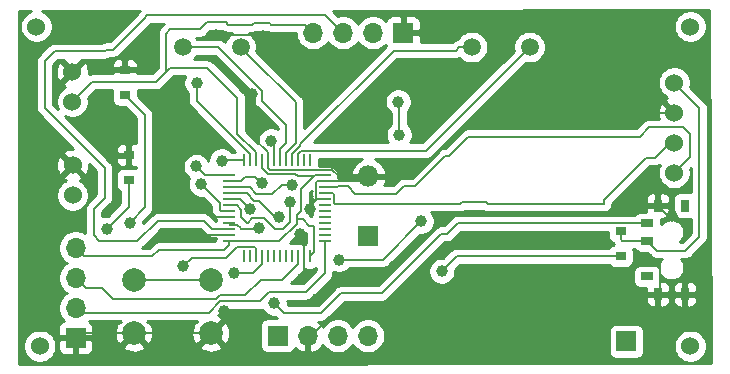
<source format=gtl>
G04 #@! TF.GenerationSoftware,KiCad,Pcbnew,5.1.6-c6e7f7d~87~ubuntu18.04.1*
G04 #@! TF.CreationDate,2020-08-29T18:15:57+05:30*
G04 #@! TF.ProjectId,Sensor_pcb_v2,53656e73-6f72-45f7-9063-625f76322e6b,rev?*
G04 #@! TF.SameCoordinates,Original*
G04 #@! TF.FileFunction,Copper,L1,Top*
G04 #@! TF.FilePolarity,Positive*
%FSLAX46Y46*%
G04 Gerber Fmt 4.6, Leading zero omitted, Abs format (unit mm)*
G04 Created by KiCad (PCBNEW 5.1.6-c6e7f7d~87~ubuntu18.04.1) date 2020-08-29 18:15:57*
%MOMM*%
%LPD*%
G01*
G04 APERTURE LIST*
G04 #@! TA.AperFunction,SMDPad,CuDef*
%ADD10R,1.000000X0.230000*%
G04 #@! TD*
G04 #@! TA.AperFunction,SMDPad,CuDef*
%ADD11R,0.230000X1.000000*%
G04 #@! TD*
G04 #@! TA.AperFunction,SMDPad,CuDef*
%ADD12R,0.800000X1.000000*%
G04 #@! TD*
G04 #@! TA.AperFunction,SMDPad,CuDef*
%ADD13R,1.100000X0.700000*%
G04 #@! TD*
G04 #@! TA.AperFunction,ComponentPad*
%ADD14C,1.524000*%
G04 #@! TD*
G04 #@! TA.AperFunction,SMDPad,CuDef*
%ADD15R,0.900000X0.800000*%
G04 #@! TD*
G04 #@! TA.AperFunction,ComponentPad*
%ADD16R,1.700000X1.700000*%
G04 #@! TD*
G04 #@! TA.AperFunction,ComponentPad*
%ADD17O,1.700000X1.700000*%
G04 #@! TD*
G04 #@! TA.AperFunction,ComponentPad*
%ADD18O,1.800000X1.800000*%
G04 #@! TD*
G04 #@! TA.AperFunction,ComponentPad*
%ADD19R,1.800000X1.800000*%
G04 #@! TD*
G04 #@! TA.AperFunction,ComponentPad*
%ADD20C,1.500000*%
G04 #@! TD*
G04 #@! TA.AperFunction,ComponentPad*
%ADD21C,2.000000*%
G04 #@! TD*
G04 #@! TA.AperFunction,ViaPad*
%ADD22C,1.000000*%
G04 #@! TD*
G04 #@! TA.AperFunction,Conductor*
%ADD23C,0.170000*%
G04 #@! TD*
G04 #@! TA.AperFunction,Conductor*
%ADD24C,0.254000*%
G04 #@! TD*
G04 APERTURE END LIST*
D10*
X119924000Y-37381200D03*
D11*
X118654000Y-31031200D03*
X118146000Y-31031200D03*
X117638000Y-31031200D03*
X117130000Y-31031200D03*
X116622000Y-31031200D03*
X116114000Y-31031200D03*
X115606000Y-31031200D03*
X115098000Y-31031200D03*
X114590000Y-31031200D03*
X114082000Y-31031200D03*
X113574000Y-31031200D03*
X113066000Y-31031200D03*
D10*
X111796000Y-32301200D03*
X111796000Y-32809200D03*
X111796000Y-33825200D03*
X111796000Y-34333200D03*
X111796000Y-34841200D03*
X111796000Y-35349200D03*
X111796000Y-35857200D03*
X111796000Y-36365200D03*
X111796000Y-36873200D03*
X111796000Y-37381200D03*
X111796000Y-37889200D03*
D11*
X113574000Y-39159200D03*
X114082000Y-39159200D03*
X114590000Y-39159200D03*
X115098000Y-39159200D03*
X115606000Y-39159200D03*
X116114000Y-39159200D03*
X116622000Y-39159200D03*
X117130000Y-39159200D03*
X117638000Y-39159200D03*
X118146000Y-39159200D03*
X118654000Y-39159200D03*
D10*
X119924000Y-37889200D03*
X119924000Y-36873200D03*
X119924000Y-36365200D03*
X119924000Y-35857200D03*
X119924000Y-35349200D03*
X119924000Y-34841200D03*
X119924000Y-34333200D03*
X119924000Y-33825200D03*
X119924000Y-33317200D03*
X119924000Y-32809200D03*
X119924000Y-32301200D03*
D11*
X113066000Y-39159200D03*
D10*
X111796000Y-33317200D03*
D12*
X150418000Y-34858000D03*
X148118000Y-34858000D03*
X150418000Y-42358000D03*
X148118000Y-42358000D03*
D13*
X147218000Y-36358000D03*
X147218000Y-37858000D03*
X147218000Y-40858000D03*
D14*
X95783400Y-46750000D03*
X150860000Y-46758900D03*
X150866000Y-19700000D03*
X95498900Y-19700200D03*
D15*
X102992000Y-23374600D03*
X102992000Y-25474600D03*
X103314000Y-30580600D03*
X103314000Y-32680600D03*
D16*
X115941000Y-45877500D03*
D17*
X118481000Y-45877500D03*
X121021000Y-45877500D03*
X123561000Y-45877500D03*
D14*
X98554700Y-26050600D03*
X98544700Y-23510600D03*
D17*
X98826300Y-38442900D03*
X98826300Y-40982900D03*
X98826300Y-43522900D03*
D16*
X98826300Y-46062900D03*
X145440000Y-46349900D03*
X126548000Y-20233600D03*
D17*
X124008000Y-20233600D03*
X121468000Y-20233600D03*
X118928000Y-20233600D03*
D14*
X98570000Y-33988100D03*
X98560000Y-31448100D03*
D15*
X144981000Y-39144900D03*
X144981000Y-37044900D03*
D18*
X123619000Y-32374800D03*
D19*
X123619000Y-37454800D03*
D14*
X149499000Y-24452600D03*
X149499000Y-26992600D03*
X149499000Y-29532600D03*
X149499000Y-32072600D03*
D20*
X132374000Y-21435100D03*
X137254000Y-21435100D03*
X112784000Y-21435100D03*
X107904000Y-21435100D03*
D21*
X103761000Y-45661600D03*
X103761000Y-41161600D03*
X110261000Y-45661600D03*
X110261000Y-41161600D03*
D22*
X115394740Y-29375102D03*
X115630960Y-43119040D03*
X116959378Y-34518600D03*
X111196120Y-31069280D03*
X109034580Y-31541720D03*
X114574320Y-32986980D03*
X126232920Y-28856940D03*
X126133860Y-26068020D03*
X116060220Y-35847020D03*
X121158000Y-39433500D03*
X113603081Y-35182613D03*
X128087120Y-36195000D03*
X117162580Y-33075880D03*
X129816860Y-40419020D03*
X114356010Y-36735890D03*
X109072680Y-24470362D03*
X110726220Y-20378420D03*
X114683540Y-20477480D03*
X126392940Y-23398480D03*
X139258040Y-27160220D03*
X117800005Y-37258052D03*
X110835440Y-29649420D03*
X109676031Y-34825850D03*
X111419640Y-43743880D03*
X146039840Y-34170620D03*
X135089900Y-27764740D03*
X128856740Y-26924000D03*
X113761520Y-25407620D03*
X113948314Y-27905606D03*
X109265746Y-37455680D03*
X101031040Y-29649420D03*
X123634500Y-41122600D03*
X100563680Y-22951440D03*
X105384600Y-22707600D03*
X147314920Y-39400480D03*
X149301200Y-35747958D03*
X106461560Y-30467300D03*
X126959360Y-31668720D03*
X142618460Y-42715180D03*
X118709731Y-35174032D03*
X123403360Y-43642280D03*
X117957600Y-41048940D03*
X119286020Y-42776142D03*
X145816320Y-26527760D03*
X109451469Y-33041999D03*
X101447600Y-36835080D03*
X103390700Y-36304070D03*
X107922041Y-40008769D03*
X112270540Y-40586660D03*
D23*
X110261000Y-41161600D02*
X103761000Y-41161600D01*
X115606000Y-31031200D02*
X115606000Y-29586362D01*
X115606000Y-29586362D02*
X115394740Y-29375102D01*
X117913210Y-30233382D02*
X117638000Y-30508592D01*
X137254000Y-21435100D02*
X128455718Y-30233382D01*
X117638000Y-30508592D02*
X117638000Y-31031200D01*
X128455718Y-30233382D02*
X117913210Y-30233382D01*
X131313340Y-21435100D02*
X132374000Y-21435100D01*
X117130000Y-31031200D02*
X117130000Y-30493318D01*
X117130000Y-30493318D02*
X117816385Y-29806933D01*
X117816385Y-29806933D02*
X117816385Y-29669807D01*
X117816385Y-29669807D02*
X125751412Y-21734780D01*
X125751412Y-21734780D02*
X131013660Y-21734780D01*
X131013660Y-21734780D02*
X131313340Y-21435100D01*
X113533999Y-22185099D02*
X112784000Y-21435100D01*
X116622000Y-30380652D02*
X117446374Y-29556278D01*
X117446374Y-26097474D02*
X113533999Y-22185099D01*
X116622000Y-31031200D02*
X116622000Y-30380652D01*
X117446374Y-29556278D02*
X117446374Y-26097474D01*
X116114000Y-30096020D02*
X116114000Y-31031200D01*
X110912702Y-21435100D02*
X114625261Y-25147659D01*
X114625261Y-26003637D02*
X116641880Y-28020256D01*
X107904000Y-21435100D02*
X110912702Y-21435100D01*
X114625261Y-25147659D02*
X114625261Y-26003637D01*
X116641880Y-28020256D02*
X116641880Y-29568140D01*
X116641880Y-29568140D02*
X116114000Y-30096020D01*
X116499640Y-43987720D02*
X115630960Y-43119040D01*
X119603520Y-43987720D02*
X116499640Y-43987720D01*
X131161102Y-36358000D02*
X130280021Y-37239081D01*
X147218000Y-36358000D02*
X131161102Y-36358000D01*
X130280021Y-37239081D02*
X129794119Y-37239081D01*
X129794119Y-37239081D02*
X124734722Y-42298478D01*
X121292762Y-42298478D02*
X119603520Y-43987720D01*
X124734722Y-42298478D02*
X121292762Y-42298478D01*
X98554700Y-26050600D02*
X100211140Y-24394160D01*
X112528932Y-25765072D02*
X109971840Y-23207980D01*
X112528932Y-28808132D02*
X112528932Y-25765072D01*
X114082000Y-31031200D02*
X114082000Y-30361200D01*
X114082000Y-30361200D02*
X112528932Y-28808132D01*
X105603040Y-24394160D02*
X105617620Y-24394160D01*
X100211140Y-24394160D02*
X105603040Y-24394160D01*
X108253200Y-23180980D02*
X108280200Y-23207980D01*
X106830800Y-23180980D02*
X108253200Y-23180980D01*
X109971840Y-23207980D02*
X108280200Y-23207980D01*
X106484090Y-23527690D02*
X106830800Y-23180980D01*
X105617620Y-24394160D02*
X106484090Y-23527690D01*
X118229540Y-19535140D02*
X118928000Y-20233600D01*
X115244880Y-19410680D02*
X115369340Y-19535140D01*
X113896140Y-19410680D02*
X115244880Y-19410680D01*
X111721900Y-19535140D02*
X113771680Y-19535140D01*
X106492040Y-23519740D02*
X106492040Y-20309840D01*
X113771680Y-19535140D02*
X113896140Y-19410680D01*
X106484090Y-23527690D02*
X106492040Y-23519740D01*
X109329220Y-19949160D02*
X109923580Y-19354800D01*
X111541560Y-19354800D02*
X111721900Y-19535140D01*
X106492040Y-20309840D02*
X106852720Y-19949160D01*
X106852720Y-19949160D02*
X109329220Y-19949160D01*
X115369340Y-19535140D02*
X118229540Y-19535140D01*
X109923580Y-19354800D02*
X111541560Y-19354800D01*
X119924000Y-32301200D02*
X119070700Y-32301200D01*
X146382700Y-37858000D02*
X145108800Y-37858000D01*
X145108800Y-37858000D02*
X144981000Y-37730200D01*
X147218000Y-37858000D02*
X146382700Y-37858000D01*
X144981000Y-37044900D02*
X144981000Y-37730200D01*
X118654000Y-39159200D02*
X119032020Y-38781180D01*
X117558820Y-36389064D02*
X116058684Y-37889200D01*
X116058684Y-37889200D02*
X111796000Y-37889200D01*
X114590000Y-31701200D02*
X114590000Y-31031200D01*
X115075012Y-32186212D02*
X114590000Y-31701200D01*
X150459440Y-38666420D02*
X148026420Y-38666420D01*
X151635460Y-37490400D02*
X150459440Y-38666420D01*
X149499000Y-24452600D02*
X151635460Y-26589060D01*
X148026420Y-38666420D02*
X147218000Y-37858000D01*
X151635460Y-26589060D02*
X151635460Y-37490400D01*
X117434714Y-32186212D02*
X116684392Y-32186212D01*
X118982790Y-32389110D02*
X117637612Y-32389110D01*
X116684392Y-32186212D02*
X115075012Y-32186212D01*
X118982790Y-32389110D02*
X119070700Y-32301200D01*
X117637612Y-32389110D02*
X117434714Y-32186212D01*
X117924721Y-35323639D02*
X117924721Y-33447179D01*
X117558820Y-35689540D02*
X117924721Y-35323639D01*
X117924721Y-33447179D02*
X118982790Y-32389110D01*
X117558820Y-35689540D02*
X117558820Y-36004500D01*
X117558820Y-36004500D02*
X117558820Y-36389064D01*
X117558820Y-36004500D02*
X118046500Y-36004500D01*
X118602760Y-36560760D02*
X119032020Y-36560760D01*
X118046500Y-36004500D02*
X118602760Y-36560760D01*
X119032020Y-38781180D02*
X119032020Y-36560760D01*
X99552740Y-39169340D02*
X98826300Y-38442900D01*
X105331260Y-39169340D02*
X99552740Y-39169340D01*
X111359660Y-38610540D02*
X105890060Y-38610540D01*
X111796000Y-37889200D02*
X111796000Y-38174200D01*
X105890060Y-38610540D02*
X105331260Y-39169340D01*
X111796000Y-38174200D02*
X111359660Y-38610540D01*
X99676299Y-41832899D02*
X98826300Y-40982900D01*
X101083479Y-41832899D02*
X99676299Y-41832899D01*
X102019100Y-42768520D02*
X101083479Y-41832899D01*
X110709922Y-42768520D02*
X102019100Y-42768520D01*
X117638000Y-39829200D02*
X116334440Y-41132760D01*
X117638000Y-39159200D02*
X117638000Y-39829200D01*
X116334440Y-41132760D02*
X114480340Y-41132760D01*
X114480340Y-41132760D02*
X113146399Y-42466701D01*
X111011741Y-42466701D02*
X110709922Y-42768520D01*
X113146399Y-42466701D02*
X111011741Y-42466701D01*
X119924000Y-40593840D02*
X119924000Y-40261980D01*
X118340998Y-42176842D02*
X119924000Y-40593840D01*
X98826300Y-43522900D02*
X99222540Y-43919140D01*
X99222540Y-43919140D02*
X110105436Y-43919140D01*
X110105436Y-43919140D02*
X111065698Y-42958878D01*
X114455422Y-42958878D02*
X115237458Y-42176842D01*
X119924000Y-40261980D02*
X119924000Y-37889200D01*
X111065698Y-42958878D02*
X114455422Y-42958878D01*
X115237458Y-42176842D02*
X118340998Y-42176842D01*
X113362740Y-36329620D02*
X112818080Y-35784960D01*
X116383682Y-36812362D02*
X115663098Y-36812362D01*
X113788848Y-35949232D02*
X113408460Y-36329620D01*
X112818080Y-35784960D02*
X112818080Y-35193280D01*
X116959378Y-36236666D02*
X116383682Y-36812362D01*
X112466000Y-34841200D02*
X111796000Y-34841200D01*
X112818080Y-35193280D02*
X112466000Y-34841200D01*
X113408460Y-36329620D02*
X113362740Y-36329620D01*
X115663098Y-36812362D02*
X114799968Y-35949232D01*
X114799968Y-35949232D02*
X113788848Y-35949232D01*
X116959378Y-34518600D02*
X116959378Y-36236666D01*
X113066000Y-31031200D02*
X111234200Y-31031200D01*
X111234200Y-31031200D02*
X111196120Y-31069280D01*
X111796000Y-32301200D02*
X109794060Y-32301200D01*
X109794060Y-32301200D02*
X109034580Y-31541720D01*
X113177320Y-32435800D02*
X114023140Y-32435800D01*
X114023140Y-32435800D02*
X114574320Y-32986980D01*
X112905540Y-32707580D02*
X113177320Y-32435800D01*
X112905540Y-32707580D02*
X112905540Y-32720280D01*
X112816620Y-32809200D02*
X111796000Y-32809200D01*
X112905540Y-32720280D02*
X112816620Y-32809200D01*
X126232920Y-28856940D02*
X126232920Y-26167080D01*
X126232920Y-26167080D02*
X126133860Y-26068020D01*
X115732560Y-35847020D02*
X116060220Y-35847020D01*
X114365353Y-34479813D02*
X115732560Y-35847020D01*
X113952815Y-34479813D02*
X114365353Y-34479813D01*
X111796000Y-33825200D02*
X113298202Y-33825200D01*
X113298202Y-33825200D02*
X113952815Y-34479813D01*
X111796000Y-34333200D02*
X112753668Y-34333200D01*
X112753668Y-34333200D02*
X113603081Y-35182613D01*
X121158000Y-39433500D02*
X124848620Y-39433500D01*
X124848620Y-39433500D02*
X128087120Y-36195000D01*
X120709001Y-33940201D02*
X120709001Y-34610201D01*
X119924000Y-33825200D02*
X120594000Y-33825200D01*
X120802820Y-34704020D02*
X131398258Y-34704020D01*
X133584561Y-34566719D02*
X133721862Y-34704020D01*
X120709001Y-34610201D02*
X120802820Y-34704020D01*
X133721862Y-34704020D02*
X143542720Y-34704020D01*
X147151875Y-30802095D02*
X147856425Y-30802095D01*
X131535559Y-34566719D02*
X133584561Y-34566719D01*
X143542720Y-34411250D02*
X147151875Y-30802095D01*
X120594000Y-33825200D02*
X120709001Y-33940201D01*
X149125920Y-29532600D02*
X149499000Y-29532600D01*
X143542720Y-34704020D02*
X143542720Y-34411250D01*
X131398258Y-34704020D02*
X131535559Y-34566719D01*
X147856425Y-30802095D02*
X149125920Y-29532600D01*
X121844681Y-33212899D02*
X121091079Y-33212899D01*
X122474742Y-33842960D02*
X121844681Y-33212899D01*
X120986778Y-33317200D02*
X119924000Y-33317200D01*
X150865840Y-30705760D02*
X150865840Y-28821380D01*
X121091079Y-33212899D02*
X120986778Y-33317200D01*
X125989080Y-33842960D02*
X122474742Y-33842960D01*
X149499000Y-32072600D02*
X150865840Y-30705760D01*
X147396200Y-28237180D02*
X146596100Y-29037280D01*
X146596100Y-29037280D02*
X132052220Y-29037280D01*
X150865840Y-28821380D02*
X150281640Y-28237180D01*
X150281640Y-28237180D02*
X147396200Y-28237180D01*
X126606300Y-33225740D02*
X127579120Y-33225740D01*
X126606300Y-33225740D02*
X125989080Y-33842960D01*
X130110150Y-30694710D02*
X130394790Y-30694710D01*
X127579120Y-33225740D02*
X130110150Y-30694710D01*
X132052220Y-29037280D02*
X130394790Y-30694710D01*
X114137440Y-33896300D02*
X115437920Y-33896300D01*
X116258340Y-33075880D02*
X117162580Y-33075880D01*
X115437920Y-33896300D02*
X116258340Y-33075880D01*
X113558340Y-33317200D02*
X114137440Y-33896300D01*
X111796000Y-33317200D02*
X113558340Y-33317200D01*
X131090980Y-39144900D02*
X129816860Y-40419020D01*
X144981000Y-39144900D02*
X131090980Y-39144900D01*
X110379244Y-36873200D02*
X111796000Y-36873200D01*
X109660404Y-36154360D02*
X110379244Y-36873200D01*
X104595800Y-19063600D02*
X102005900Y-21653500D01*
X104904540Y-18732500D02*
X104595800Y-19041240D01*
X121468000Y-20233600D02*
X119966900Y-18732500D01*
X105765466Y-36154360D02*
X109660404Y-36154360D01*
X119966900Y-18732500D02*
X104904540Y-18732500D01*
X104595800Y-19041240D02*
X104595800Y-19063600D01*
X100350320Y-37392364D02*
X100834436Y-37876480D01*
X102005900Y-21653500D02*
X101470400Y-21653500D01*
X101470400Y-21653500D02*
X101345970Y-21777930D01*
X101345970Y-21777930D02*
X97050890Y-21777930D01*
X97050890Y-21777930D02*
X96202500Y-22626320D01*
X96202500Y-22626320D02*
X96202500Y-26603960D01*
X96202500Y-26603960D02*
X100350320Y-30751780D01*
X104043346Y-37876480D02*
X105765466Y-36154360D01*
X100834436Y-37876480D02*
X104043346Y-37876480D01*
X100350320Y-30751780D02*
X100357940Y-30751780D01*
X100357940Y-30751780D02*
X101274880Y-31668720D01*
X101274880Y-34208720D02*
X100350320Y-35133280D01*
X101274880Y-31668720D02*
X101274880Y-34208720D01*
X100350320Y-35133280D02*
X100350320Y-37392364D01*
X114264440Y-36827460D02*
X114356010Y-36735890D01*
X112839500Y-36827460D02*
X114264440Y-36827460D01*
X112839500Y-36788698D02*
X112839500Y-36827460D01*
X112524001Y-36473199D02*
X112839500Y-36788698D01*
X111796000Y-36365200D02*
X111903999Y-36473199D01*
X111903999Y-36473199D02*
X112524001Y-36473199D01*
X113574000Y-31031200D02*
X113574000Y-30520700D01*
X109072680Y-26019380D02*
X109072680Y-24470362D01*
X113574000Y-30520700D02*
X109072680Y-26019380D01*
X119138999Y-34218199D02*
X119254000Y-34333200D01*
X119138999Y-32924201D02*
X119138999Y-34218199D01*
X119254000Y-32809200D02*
X119138999Y-32924201D01*
X119924000Y-32809200D02*
X119254000Y-32809200D01*
X123184600Y-32809200D02*
X123619000Y-32374800D01*
X119924000Y-34333200D02*
X119254000Y-34333200D01*
X148118000Y-42358000D02*
X150418000Y-42358000D01*
X110261000Y-45661600D02*
X103761000Y-45661600D01*
X99227600Y-45661600D02*
X98826300Y-46062900D01*
X103761000Y-45661600D02*
X99227600Y-45661600D01*
X110726220Y-20378420D02*
X114584480Y-20378420D01*
X114584480Y-20378420D02*
X114683540Y-20477480D01*
X121099560Y-32809200D02*
X123184600Y-32809200D01*
X119924000Y-32809200D02*
X121099560Y-32809200D01*
X118146000Y-39159200D02*
X118146000Y-37604047D01*
X118146000Y-37604047D02*
X117800005Y-37258052D01*
X120567003Y-31816201D02*
X121099560Y-32348758D01*
X115098000Y-31651202D02*
X115262999Y-31816201D01*
X115098000Y-31031200D02*
X115098000Y-31651202D01*
X121099560Y-32348758D02*
X121099560Y-32809200D01*
X115262999Y-31816201D02*
X120567003Y-31816201D01*
X111796000Y-35857200D02*
X110707381Y-35857200D01*
X110707381Y-35857200D02*
X109676031Y-34825850D01*
X110261000Y-45661600D02*
X111419640Y-44502960D01*
X111419640Y-44502960D02*
X111419640Y-43743880D01*
X148118000Y-34858000D02*
X146727220Y-34858000D01*
X146727220Y-34858000D02*
X146039840Y-34170620D01*
X139258040Y-27160220D02*
X135694420Y-27160220D01*
X135694420Y-27160220D02*
X135089900Y-27764740D01*
X128856740Y-25862280D02*
X128856740Y-26924000D01*
X126392940Y-23398480D02*
X128856740Y-25862280D01*
X113761520Y-25407620D02*
X113761520Y-27718812D01*
X113761520Y-27718812D02*
X113948314Y-27905606D01*
X113948314Y-29211514D02*
X113948314Y-27905606D01*
X115098000Y-31031200D02*
X115098000Y-30361200D01*
X115098000Y-30361200D02*
X113948314Y-29211514D01*
X109340226Y-37381200D02*
X109265746Y-37455680D01*
X111796000Y-37381200D02*
X109340226Y-37381200D01*
X103314000Y-30580600D02*
X101962220Y-30580600D01*
X101962220Y-30580600D02*
X101031040Y-29649420D01*
X102992000Y-23374600D02*
X100986840Y-23374600D01*
X100986840Y-23374600D02*
X100563680Y-22951440D01*
X104717600Y-23374600D02*
X105384600Y-22707600D01*
X102992000Y-23374600D02*
X104717600Y-23374600D01*
X147594320Y-39400480D02*
X147314920Y-39400480D01*
X148267420Y-40073580D02*
X147594320Y-39400480D01*
X148118000Y-42358000D02*
X148267420Y-42208580D01*
X148267420Y-42208580D02*
X148267420Y-40073580D01*
X148118000Y-34858000D02*
X149007958Y-35747958D01*
X149007958Y-35747958D02*
X149301200Y-35747958D01*
X110017560Y-30467300D02*
X106461560Y-30467300D01*
X106461560Y-31611379D02*
X106461560Y-30467300D01*
X110835440Y-29649420D02*
X110017560Y-30467300D01*
X123619000Y-32374800D02*
X126253280Y-32374800D01*
X126253280Y-32374800D02*
X126959360Y-31668720D01*
X142975640Y-42358000D02*
X142618460Y-42715180D01*
X148118000Y-42358000D02*
X142975640Y-42358000D01*
X119254000Y-34333200D02*
X118709731Y-34877469D01*
X118709731Y-34877469D02*
X118709731Y-35174032D01*
X118146000Y-40860540D02*
X117957600Y-41048940D01*
X118146000Y-39159200D02*
X118146000Y-40860540D01*
X121015760Y-43642280D02*
X123403360Y-43642280D01*
X118481000Y-45877500D02*
X118780540Y-45877500D01*
X118780540Y-45877500D02*
X121015760Y-43642280D01*
X120939562Y-41122600D02*
X119286020Y-42776142D01*
X123634500Y-41122600D02*
X120939562Y-41122600D01*
X139258040Y-27160220D02*
X145183860Y-27160220D01*
X145183860Y-27160220D02*
X145816320Y-26527760D01*
X146281160Y-26992600D02*
X145816320Y-26527760D01*
X149499000Y-26992600D02*
X146281160Y-26992600D01*
X109676031Y-34825850D02*
X108757630Y-34825850D01*
X106461560Y-32529780D02*
X106461560Y-31611379D01*
X108757630Y-34825850D02*
X106461560Y-32529780D01*
X111010842Y-34601372D02*
X109451469Y-33041999D01*
X111126000Y-35349200D02*
X111010842Y-35234042D01*
X111010842Y-35234042D02*
X111010842Y-34601372D01*
X111796000Y-35349200D02*
X111126000Y-35349200D01*
X103314000Y-34968680D02*
X101447600Y-36835080D01*
X103314000Y-32680600D02*
X103314000Y-34968680D01*
X104693720Y-35001050D02*
X103390700Y-36304070D01*
X102992000Y-25474600D02*
X104693720Y-27176320D01*
X104693720Y-27176320D02*
X104693720Y-35001050D01*
X108644630Y-39286180D02*
X107922041Y-40008769D01*
X111533940Y-39286180D02*
X108644630Y-39286180D01*
X112446220Y-38373900D02*
X111533940Y-39286180D01*
X113966700Y-38373900D02*
X112446220Y-38373900D01*
X114082000Y-39159200D02*
X114082000Y-38489200D01*
X114082000Y-38489200D02*
X113966700Y-38373900D01*
X114590000Y-39829200D02*
X113832540Y-40586660D01*
X113832540Y-40586660D02*
X112270540Y-40586660D01*
X114590000Y-39159200D02*
X114590000Y-39829200D01*
D24*
G36*
X152632929Y-48173778D02*
G01*
X94020651Y-48237003D01*
X94020788Y-46612408D01*
X94386400Y-46612408D01*
X94386400Y-46887592D01*
X94440086Y-47157490D01*
X94545395Y-47411727D01*
X94698280Y-47640535D01*
X94892865Y-47835120D01*
X95121673Y-47988005D01*
X95375910Y-48093314D01*
X95645808Y-48147000D01*
X95920992Y-48147000D01*
X96190890Y-48093314D01*
X96445127Y-47988005D01*
X96673935Y-47835120D01*
X96868520Y-47640535D01*
X97021405Y-47411727D01*
X97126714Y-47157490D01*
X97175365Y-46912900D01*
X97338228Y-46912900D01*
X97350488Y-47037382D01*
X97386798Y-47157080D01*
X97445763Y-47267394D01*
X97525115Y-47364085D01*
X97621806Y-47443437D01*
X97732120Y-47502402D01*
X97851818Y-47538712D01*
X97976300Y-47550972D01*
X98540550Y-47547900D01*
X98699300Y-47389150D01*
X98699300Y-46189900D01*
X98953300Y-46189900D01*
X98953300Y-47389150D01*
X99112050Y-47547900D01*
X99676300Y-47550972D01*
X99800782Y-47538712D01*
X99920480Y-47502402D01*
X100030794Y-47443437D01*
X100127485Y-47364085D01*
X100206837Y-47267394D01*
X100265802Y-47157080D01*
X100302112Y-47037382D01*
X100314372Y-46912900D01*
X100313742Y-46797013D01*
X102805192Y-46797013D01*
X102900956Y-47061414D01*
X103190571Y-47202304D01*
X103502108Y-47283984D01*
X103823595Y-47303318D01*
X104142675Y-47259561D01*
X104447088Y-47154395D01*
X104621044Y-47061414D01*
X104716808Y-46797013D01*
X109305192Y-46797013D01*
X109400956Y-47061414D01*
X109690571Y-47202304D01*
X110002108Y-47283984D01*
X110323595Y-47303318D01*
X110642675Y-47259561D01*
X110947088Y-47154395D01*
X111121044Y-47061414D01*
X111216808Y-46797013D01*
X110261000Y-45841205D01*
X109305192Y-46797013D01*
X104716808Y-46797013D01*
X103761000Y-45841205D01*
X102805192Y-46797013D01*
X100313742Y-46797013D01*
X100311300Y-46348650D01*
X100152550Y-46189900D01*
X98953300Y-46189900D01*
X98699300Y-46189900D01*
X97500050Y-46189900D01*
X97341300Y-46348650D01*
X97338228Y-46912900D01*
X97175365Y-46912900D01*
X97180400Y-46887592D01*
X97180400Y-46612408D01*
X97126714Y-46342510D01*
X97021405Y-46088273D01*
X96868520Y-45859465D01*
X96673935Y-45664880D01*
X96445127Y-45511995D01*
X96190890Y-45406686D01*
X95920992Y-45353000D01*
X95645808Y-45353000D01*
X95375910Y-45406686D01*
X95121673Y-45511995D01*
X94892865Y-45664880D01*
X94698280Y-45859465D01*
X94545395Y-46088273D01*
X94440086Y-46342510D01*
X94386400Y-46612408D01*
X94020788Y-46612408D01*
X94022062Y-31520117D01*
X97158090Y-31520117D01*
X97199078Y-31792233D01*
X97292364Y-32051123D01*
X97354344Y-32167080D01*
X97594435Y-32234060D01*
X98380395Y-31448100D01*
X97594435Y-30662140D01*
X97354344Y-30729120D01*
X97237244Y-30978148D01*
X97170977Y-31245235D01*
X97158090Y-31520117D01*
X94022062Y-31520117D01*
X94023170Y-18394496D01*
X95004716Y-18392796D01*
X94837173Y-18462195D01*
X94608365Y-18615080D01*
X94413780Y-18809665D01*
X94260895Y-19038473D01*
X94155586Y-19292710D01*
X94101900Y-19562608D01*
X94101900Y-19837792D01*
X94155586Y-20107690D01*
X94260895Y-20361927D01*
X94413780Y-20590735D01*
X94608365Y-20785320D01*
X94837173Y-20938205D01*
X95091410Y-21043514D01*
X95361308Y-21097200D01*
X95636492Y-21097200D01*
X95906390Y-21043514D01*
X96160627Y-20938205D01*
X96389435Y-20785320D01*
X96584020Y-20590735D01*
X96736905Y-20361927D01*
X96842214Y-20107690D01*
X96895900Y-19837792D01*
X96895900Y-19562608D01*
X96842214Y-19292710D01*
X96736905Y-19038473D01*
X96584020Y-18809665D01*
X96389435Y-18615080D01*
X96160627Y-18462195D01*
X95988969Y-18391092D01*
X104242008Y-18376799D01*
X104111691Y-18507116D01*
X104084220Y-18529661D01*
X103994246Y-18639295D01*
X103985489Y-18655678D01*
X101707667Y-20933500D01*
X101505762Y-20933500D01*
X101470400Y-20930017D01*
X101435038Y-20933500D01*
X101329255Y-20943919D01*
X101193535Y-20985089D01*
X101068454Y-21051946D01*
X101061162Y-21057930D01*
X97086252Y-21057930D01*
X97050890Y-21054447D01*
X97015528Y-21057930D01*
X96909745Y-21068349D01*
X96774025Y-21109519D01*
X96648944Y-21176376D01*
X96539310Y-21266350D01*
X96516762Y-21293825D01*
X95718391Y-22092196D01*
X95690920Y-22114741D01*
X95600946Y-22224375D01*
X95566131Y-22289510D01*
X95534089Y-22349456D01*
X95492919Y-22485176D01*
X95479017Y-22626320D01*
X95482500Y-22661682D01*
X95482501Y-26568588D01*
X95479017Y-26603960D01*
X95492919Y-26745104D01*
X95534089Y-26880824D01*
X95534090Y-26880825D01*
X95600947Y-27005906D01*
X95690921Y-27115540D01*
X95718391Y-27138084D01*
X98633309Y-30053003D01*
X98487983Y-30046190D01*
X98215867Y-30087178D01*
X97956977Y-30180464D01*
X97841020Y-30242444D01*
X97774040Y-30482535D01*
X98560000Y-31268495D01*
X98574143Y-31254353D01*
X98753748Y-31433958D01*
X98739605Y-31448100D01*
X99525565Y-32234060D01*
X99765656Y-32167080D01*
X99882756Y-31918052D01*
X99949023Y-31650965D01*
X99961910Y-31376083D01*
X99961538Y-31373611D01*
X100554880Y-31966954D01*
X100554881Y-33910485D01*
X99866211Y-34599156D01*
X99838740Y-34621701D01*
X99774474Y-34700010D01*
X99808005Y-34649827D01*
X99913314Y-34395590D01*
X99967000Y-34125692D01*
X99967000Y-33850508D01*
X99913314Y-33580610D01*
X99808005Y-33326373D01*
X99655120Y-33097565D01*
X99460535Y-32902980D01*
X99231727Y-32750095D01*
X99155405Y-32718481D01*
X99163023Y-32715736D01*
X99278980Y-32653756D01*
X99345960Y-32413665D01*
X98560000Y-31627705D01*
X97774040Y-32413665D01*
X97841020Y-32653756D01*
X97981443Y-32719787D01*
X97908273Y-32750095D01*
X97679465Y-32902980D01*
X97484880Y-33097565D01*
X97331995Y-33326373D01*
X97226686Y-33580610D01*
X97173000Y-33850508D01*
X97173000Y-34125692D01*
X97226686Y-34395590D01*
X97331995Y-34649827D01*
X97484880Y-34878635D01*
X97679465Y-35073220D01*
X97908273Y-35226105D01*
X98162510Y-35331414D01*
X98432408Y-35385100D01*
X98707592Y-35385100D01*
X98977490Y-35331414D01*
X99231727Y-35226105D01*
X99460535Y-35073220D01*
X99655120Y-34878635D01*
X99729664Y-34767072D01*
X99697346Y-34827536D01*
X99681909Y-34856416D01*
X99640739Y-34992136D01*
X99626837Y-35133280D01*
X99630320Y-35168642D01*
X99630321Y-37194135D01*
X99529711Y-37126910D01*
X99259458Y-37014968D01*
X98972560Y-36957900D01*
X98680040Y-36957900D01*
X98393142Y-37014968D01*
X98122889Y-37126910D01*
X97879668Y-37289425D01*
X97672825Y-37496268D01*
X97510310Y-37739489D01*
X97398368Y-38009742D01*
X97341300Y-38296640D01*
X97341300Y-38589160D01*
X97398368Y-38876058D01*
X97510310Y-39146311D01*
X97672825Y-39389532D01*
X97879668Y-39596375D01*
X98054060Y-39712900D01*
X97879668Y-39829425D01*
X97672825Y-40036268D01*
X97510310Y-40279489D01*
X97398368Y-40549742D01*
X97341300Y-40836640D01*
X97341300Y-41129160D01*
X97398368Y-41416058D01*
X97510310Y-41686311D01*
X97672825Y-41929532D01*
X97879668Y-42136375D01*
X98054060Y-42252900D01*
X97879668Y-42369425D01*
X97672825Y-42576268D01*
X97510310Y-42819489D01*
X97398368Y-43089742D01*
X97341300Y-43376640D01*
X97341300Y-43669160D01*
X97398368Y-43956058D01*
X97510310Y-44226311D01*
X97672825Y-44469532D01*
X97804680Y-44601387D01*
X97732120Y-44623398D01*
X97621806Y-44682363D01*
X97525115Y-44761715D01*
X97445763Y-44858406D01*
X97386798Y-44968720D01*
X97350488Y-45088418D01*
X97338228Y-45212900D01*
X97341300Y-45777150D01*
X97500050Y-45935900D01*
X98699300Y-45935900D01*
X98699300Y-45915900D01*
X98953300Y-45915900D01*
X98953300Y-45935900D01*
X100152550Y-45935900D01*
X100311300Y-45777150D01*
X100314372Y-45212900D01*
X100302112Y-45088418D01*
X100265802Y-44968720D01*
X100206837Y-44858406D01*
X100127485Y-44761715D01*
X100030794Y-44682363D01*
X99949931Y-44639140D01*
X102558932Y-44639140D01*
X102625585Y-44705793D01*
X102361186Y-44801556D01*
X102220296Y-45091171D01*
X102138616Y-45402708D01*
X102119282Y-45724195D01*
X102163039Y-46043275D01*
X102268205Y-46347688D01*
X102361186Y-46521644D01*
X102625587Y-46617408D01*
X103581395Y-45661600D01*
X103567253Y-45647458D01*
X103746858Y-45467853D01*
X103761000Y-45481995D01*
X103775143Y-45467853D01*
X103954748Y-45647458D01*
X103940605Y-45661600D01*
X104896413Y-46617408D01*
X105160814Y-46521644D01*
X105301704Y-46232029D01*
X105383384Y-45920492D01*
X105402718Y-45599005D01*
X105358961Y-45279925D01*
X105253795Y-44975512D01*
X105160814Y-44801556D01*
X104896415Y-44705793D01*
X104963068Y-44639140D01*
X109058932Y-44639140D01*
X109125585Y-44705793D01*
X108861186Y-44801556D01*
X108720296Y-45091171D01*
X108638616Y-45402708D01*
X108619282Y-45724195D01*
X108663039Y-46043275D01*
X108768205Y-46347688D01*
X108861186Y-46521644D01*
X109125587Y-46617408D01*
X110081395Y-45661600D01*
X110440605Y-45661600D01*
X111396413Y-46617408D01*
X111660814Y-46521644D01*
X111801704Y-46232029D01*
X111883384Y-45920492D01*
X111902718Y-45599005D01*
X111858961Y-45279925D01*
X111753795Y-44975512D01*
X111660814Y-44801556D01*
X111396413Y-44705792D01*
X110440605Y-45661600D01*
X110081395Y-45661600D01*
X110067253Y-45647458D01*
X110246858Y-45467853D01*
X110261000Y-45481995D01*
X111216808Y-44526187D01*
X111121044Y-44261786D01*
X110892301Y-44150508D01*
X111363931Y-43678878D01*
X114420060Y-43678878D01*
X114455422Y-43682361D01*
X114490784Y-43678878D01*
X114596567Y-43668459D01*
X114626874Y-43659265D01*
X114749348Y-43842560D01*
X114907440Y-44000652D01*
X115093336Y-44124864D01*
X115299893Y-44210423D01*
X115519172Y-44254040D01*
X115742748Y-44254040D01*
X115746900Y-44253214D01*
X115883114Y-44389428D01*
X115091000Y-44389428D01*
X114966518Y-44401688D01*
X114846820Y-44437998D01*
X114736506Y-44496963D01*
X114639815Y-44576315D01*
X114560463Y-44673006D01*
X114501498Y-44783320D01*
X114465188Y-44903018D01*
X114452928Y-45027500D01*
X114452928Y-46727500D01*
X114465188Y-46851982D01*
X114501498Y-46971680D01*
X114560463Y-47081994D01*
X114639815Y-47178685D01*
X114736506Y-47258037D01*
X114846820Y-47317002D01*
X114966518Y-47353312D01*
X115091000Y-47365572D01*
X116791000Y-47365572D01*
X116915482Y-47353312D01*
X117035180Y-47317002D01*
X117145494Y-47258037D01*
X117242185Y-47178685D01*
X117321537Y-47081994D01*
X117380502Y-46971680D01*
X117404966Y-46891034D01*
X117480731Y-46975088D01*
X117714080Y-47149141D01*
X117976901Y-47274325D01*
X118124110Y-47318976D01*
X118354000Y-47197655D01*
X118354000Y-46004500D01*
X118334000Y-46004500D01*
X118334000Y-45750500D01*
X118354000Y-45750500D01*
X118354000Y-45730500D01*
X118608000Y-45730500D01*
X118608000Y-45750500D01*
X118628000Y-45750500D01*
X118628000Y-46004500D01*
X118608000Y-46004500D01*
X118608000Y-47197655D01*
X118837890Y-47318976D01*
X118985099Y-47274325D01*
X119247920Y-47149141D01*
X119481269Y-46975088D01*
X119676178Y-46758855D01*
X119745805Y-46641966D01*
X119867525Y-46824132D01*
X120074368Y-47030975D01*
X120317589Y-47193490D01*
X120587842Y-47305432D01*
X120874740Y-47362500D01*
X121167260Y-47362500D01*
X121454158Y-47305432D01*
X121724411Y-47193490D01*
X121967632Y-47030975D01*
X122174475Y-46824132D01*
X122291000Y-46649740D01*
X122407525Y-46824132D01*
X122614368Y-47030975D01*
X122857589Y-47193490D01*
X123127842Y-47305432D01*
X123414740Y-47362500D01*
X123707260Y-47362500D01*
X123994158Y-47305432D01*
X124264411Y-47193490D01*
X124507632Y-47030975D01*
X124714475Y-46824132D01*
X124876990Y-46580911D01*
X124988932Y-46310658D01*
X125046000Y-46023760D01*
X125046000Y-45731240D01*
X124999984Y-45499900D01*
X143951928Y-45499900D01*
X143951928Y-47199900D01*
X143964188Y-47324382D01*
X144000498Y-47444080D01*
X144059463Y-47554394D01*
X144138815Y-47651085D01*
X144235506Y-47730437D01*
X144345820Y-47789402D01*
X144465518Y-47825712D01*
X144590000Y-47837972D01*
X146290000Y-47837972D01*
X146414482Y-47825712D01*
X146534180Y-47789402D01*
X146644494Y-47730437D01*
X146741185Y-47651085D01*
X146820537Y-47554394D01*
X146879502Y-47444080D01*
X146915812Y-47324382D01*
X146928072Y-47199900D01*
X146928072Y-46621308D01*
X149463000Y-46621308D01*
X149463000Y-46896492D01*
X149516686Y-47166390D01*
X149621995Y-47420627D01*
X149774880Y-47649435D01*
X149969465Y-47844020D01*
X150198273Y-47996905D01*
X150452510Y-48102214D01*
X150722408Y-48155900D01*
X150997592Y-48155900D01*
X151267490Y-48102214D01*
X151521727Y-47996905D01*
X151750535Y-47844020D01*
X151945120Y-47649435D01*
X152098005Y-47420627D01*
X152203314Y-47166390D01*
X152257000Y-46896492D01*
X152257000Y-46621308D01*
X152203314Y-46351410D01*
X152098005Y-46097173D01*
X151945120Y-45868365D01*
X151750535Y-45673780D01*
X151521727Y-45520895D01*
X151267490Y-45415586D01*
X150997592Y-45361900D01*
X150722408Y-45361900D01*
X150452510Y-45415586D01*
X150198273Y-45520895D01*
X149969465Y-45673780D01*
X149774880Y-45868365D01*
X149621995Y-46097173D01*
X149516686Y-46351410D01*
X149463000Y-46621308D01*
X146928072Y-46621308D01*
X146928072Y-45499900D01*
X146915812Y-45375418D01*
X146879502Y-45255720D01*
X146820537Y-45145406D01*
X146741185Y-45048715D01*
X146644494Y-44969363D01*
X146534180Y-44910398D01*
X146414482Y-44874088D01*
X146290000Y-44861828D01*
X144590000Y-44861828D01*
X144465518Y-44874088D01*
X144345820Y-44910398D01*
X144235506Y-44969363D01*
X144138815Y-45048715D01*
X144059463Y-45145406D01*
X144000498Y-45255720D01*
X143964188Y-45375418D01*
X143951928Y-45499900D01*
X124999984Y-45499900D01*
X124988932Y-45444342D01*
X124876990Y-45174089D01*
X124714475Y-44930868D01*
X124507632Y-44724025D01*
X124264411Y-44561510D01*
X123994158Y-44449568D01*
X123707260Y-44392500D01*
X123414740Y-44392500D01*
X123127842Y-44449568D01*
X122857589Y-44561510D01*
X122614368Y-44724025D01*
X122407525Y-44930868D01*
X122291000Y-45105260D01*
X122174475Y-44930868D01*
X121967632Y-44724025D01*
X121724411Y-44561510D01*
X121454158Y-44449568D01*
X121167260Y-44392500D01*
X120874740Y-44392500D01*
X120587842Y-44449568D01*
X120317589Y-44561510D01*
X120074368Y-44724025D01*
X119867525Y-44930868D01*
X119745805Y-45113034D01*
X119676178Y-44996145D01*
X119481269Y-44779912D01*
X119384483Y-44707720D01*
X119568158Y-44707720D01*
X119603520Y-44711203D01*
X119638882Y-44707720D01*
X119744665Y-44697301D01*
X119880385Y-44656131D01*
X120005466Y-44589274D01*
X120115100Y-44499300D01*
X120137648Y-44471825D01*
X121590996Y-43018478D01*
X124699360Y-43018478D01*
X124734722Y-43021961D01*
X124770084Y-43018478D01*
X124875867Y-43008059D01*
X125011587Y-42966889D01*
X125136668Y-42900032D01*
X125187884Y-42858000D01*
X147079928Y-42858000D01*
X147092188Y-42982482D01*
X147128498Y-43102180D01*
X147187463Y-43212494D01*
X147266815Y-43309185D01*
X147363506Y-43388537D01*
X147473820Y-43447502D01*
X147593518Y-43483812D01*
X147718000Y-43496072D01*
X147832250Y-43493000D01*
X147991000Y-43334250D01*
X147991000Y-42485000D01*
X148245000Y-42485000D01*
X148245000Y-43334250D01*
X148403750Y-43493000D01*
X148518000Y-43496072D01*
X148642482Y-43483812D01*
X148762180Y-43447502D01*
X148872494Y-43388537D01*
X148969185Y-43309185D01*
X149048537Y-43212494D01*
X149107502Y-43102180D01*
X149143812Y-42982482D01*
X149156072Y-42858000D01*
X149379928Y-42858000D01*
X149392188Y-42982482D01*
X149428498Y-43102180D01*
X149487463Y-43212494D01*
X149566815Y-43309185D01*
X149663506Y-43388537D01*
X149773820Y-43447502D01*
X149893518Y-43483812D01*
X150018000Y-43496072D01*
X150132250Y-43493000D01*
X150291000Y-43334250D01*
X150291000Y-42485000D01*
X150545000Y-42485000D01*
X150545000Y-43334250D01*
X150703750Y-43493000D01*
X150818000Y-43496072D01*
X150942482Y-43483812D01*
X151062180Y-43447502D01*
X151172494Y-43388537D01*
X151269185Y-43309185D01*
X151348537Y-43212494D01*
X151407502Y-43102180D01*
X151443812Y-42982482D01*
X151456072Y-42858000D01*
X151453000Y-42643750D01*
X151294250Y-42485000D01*
X150545000Y-42485000D01*
X150291000Y-42485000D01*
X149541750Y-42485000D01*
X149383000Y-42643750D01*
X149379928Y-42858000D01*
X149156072Y-42858000D01*
X149153000Y-42643750D01*
X148994250Y-42485000D01*
X148245000Y-42485000D01*
X147991000Y-42485000D01*
X147241750Y-42485000D01*
X147083000Y-42643750D01*
X147079928Y-42858000D01*
X125187884Y-42858000D01*
X125246302Y-42810058D01*
X125268850Y-42782583D01*
X130092353Y-37959081D01*
X130244659Y-37959081D01*
X130280021Y-37962564D01*
X130315383Y-37959081D01*
X130421166Y-37948662D01*
X130556886Y-37907492D01*
X130681967Y-37840635D01*
X130791601Y-37750661D01*
X130814149Y-37723186D01*
X131459335Y-37078000D01*
X143892928Y-37078000D01*
X143892928Y-37444900D01*
X143905188Y-37569382D01*
X143941498Y-37689080D01*
X144000463Y-37799394D01*
X144079815Y-37896085D01*
X144176506Y-37975437D01*
X144286820Y-38034402D01*
X144335016Y-38049022D01*
X144343485Y-38064866D01*
X144377218Y-38127976D01*
X144286820Y-38155398D01*
X144176506Y-38214363D01*
X144079815Y-38293715D01*
X144000463Y-38390406D01*
X143982025Y-38424900D01*
X131126342Y-38424900D01*
X131090980Y-38421417D01*
X130994944Y-38430876D01*
X130949835Y-38435319D01*
X130814115Y-38476489D01*
X130689034Y-38543346D01*
X130579400Y-38633320D01*
X130556856Y-38660790D01*
X129932801Y-39284846D01*
X129928648Y-39284020D01*
X129705072Y-39284020D01*
X129485793Y-39327637D01*
X129279236Y-39413196D01*
X129093340Y-39537408D01*
X128935248Y-39695500D01*
X128811036Y-39881396D01*
X128725477Y-40087953D01*
X128681860Y-40307232D01*
X128681860Y-40530808D01*
X128725477Y-40750087D01*
X128811036Y-40956644D01*
X128935248Y-41142540D01*
X129093340Y-41300632D01*
X129279236Y-41424844D01*
X129485793Y-41510403D01*
X129705072Y-41554020D01*
X129928648Y-41554020D01*
X130147927Y-41510403D01*
X130354484Y-41424844D01*
X130540380Y-41300632D01*
X130698472Y-41142540D01*
X130822684Y-40956644D01*
X130908243Y-40750087D01*
X130951860Y-40530808D01*
X130951860Y-40307232D01*
X130951034Y-40303079D01*
X131389214Y-39864900D01*
X143982025Y-39864900D01*
X144000463Y-39899394D01*
X144079815Y-39996085D01*
X144176506Y-40075437D01*
X144286820Y-40134402D01*
X144406518Y-40170712D01*
X144531000Y-40182972D01*
X145431000Y-40182972D01*
X145555482Y-40170712D01*
X145675180Y-40134402D01*
X145785494Y-40075437D01*
X145882185Y-39996085D01*
X145961537Y-39899394D01*
X146020502Y-39789080D01*
X146056812Y-39669382D01*
X146069072Y-39544900D01*
X146069072Y-38744900D01*
X146056812Y-38620418D01*
X146043945Y-38578000D01*
X146150188Y-38578000D01*
X146216815Y-38659185D01*
X146313506Y-38738537D01*
X146423820Y-38797502D01*
X146543518Y-38833812D01*
X146668000Y-38846072D01*
X147187839Y-38846072D01*
X147492292Y-39150525D01*
X147514840Y-39178000D01*
X147624474Y-39267974D01*
X147749555Y-39334831D01*
X147885275Y-39376001D01*
X147991058Y-39386420D01*
X148026420Y-39389903D01*
X148061782Y-39386420D01*
X148455158Y-39386420D01*
X148425225Y-39416353D01*
X148306485Y-39594060D01*
X148224696Y-39791517D01*
X148183000Y-40001137D01*
X148183000Y-40027119D01*
X148122494Y-39977463D01*
X148012180Y-39918498D01*
X147892482Y-39882188D01*
X147768000Y-39869928D01*
X146668000Y-39869928D01*
X146543518Y-39882188D01*
X146423820Y-39918498D01*
X146313506Y-39977463D01*
X146216815Y-40056815D01*
X146137463Y-40153506D01*
X146078498Y-40263820D01*
X146042188Y-40383518D01*
X146029928Y-40508000D01*
X146029928Y-41208000D01*
X146042188Y-41332482D01*
X146078498Y-41452180D01*
X146137463Y-41562494D01*
X146216815Y-41659185D01*
X146313506Y-41738537D01*
X146423820Y-41797502D01*
X146543518Y-41833812D01*
X146668000Y-41846072D01*
X147081103Y-41846072D01*
X147079928Y-41858000D01*
X147083000Y-42072250D01*
X147241750Y-42231000D01*
X147991000Y-42231000D01*
X147991000Y-42211000D01*
X148245000Y-42211000D01*
X148245000Y-42231000D01*
X148994250Y-42231000D01*
X149153000Y-42072250D01*
X149156072Y-41858000D01*
X149379928Y-41858000D01*
X149383000Y-42072250D01*
X149541750Y-42231000D01*
X150291000Y-42231000D01*
X150291000Y-41381750D01*
X150545000Y-41381750D01*
X150545000Y-42231000D01*
X151294250Y-42231000D01*
X151453000Y-42072250D01*
X151456072Y-41858000D01*
X151443812Y-41733518D01*
X151407502Y-41613820D01*
X151348537Y-41503506D01*
X151269185Y-41406815D01*
X151172494Y-41327463D01*
X151062180Y-41268498D01*
X150942482Y-41232188D01*
X150818000Y-41219928D01*
X150703750Y-41223000D01*
X150545000Y-41381750D01*
X150291000Y-41381750D01*
X150132250Y-41223000D01*
X150018000Y-41219928D01*
X149893518Y-41232188D01*
X149773820Y-41268498D01*
X149663506Y-41327463D01*
X149566815Y-41406815D01*
X149487463Y-41503506D01*
X149428498Y-41613820D01*
X149392188Y-41733518D01*
X149379928Y-41858000D01*
X149156072Y-41858000D01*
X149143812Y-41733518D01*
X149107502Y-41613820D01*
X149048537Y-41503506D01*
X148969185Y-41406815D01*
X148872494Y-41327463D01*
X148762180Y-41268498D01*
X148642482Y-41232188D01*
X148518000Y-41219928D01*
X148404597Y-41222977D01*
X148406072Y-41208000D01*
X148406072Y-40770983D01*
X148425225Y-40799647D01*
X148576353Y-40950775D01*
X148754060Y-41069515D01*
X148951517Y-41151304D01*
X149161137Y-41193000D01*
X149374863Y-41193000D01*
X149584483Y-41151304D01*
X149781940Y-41069515D01*
X149959647Y-40950775D01*
X150110775Y-40799647D01*
X150229515Y-40621940D01*
X150311304Y-40424483D01*
X150353000Y-40214863D01*
X150353000Y-40001137D01*
X150311304Y-39791517D01*
X150229515Y-39594060D01*
X150110775Y-39416353D01*
X150080842Y-39386420D01*
X150424078Y-39386420D01*
X150459440Y-39389903D01*
X150494802Y-39386420D01*
X150600585Y-39376001D01*
X150736305Y-39334831D01*
X150861386Y-39267974D01*
X150971020Y-39178000D01*
X150993568Y-39150525D01*
X152119570Y-38024524D01*
X152147040Y-38001980D01*
X152237014Y-37892346D01*
X152303871Y-37767265D01*
X152345041Y-37631545D01*
X152355460Y-37525762D01*
X152358943Y-37490401D01*
X152355460Y-37455039D01*
X152355460Y-26624422D01*
X152358943Y-26589060D01*
X152348964Y-26487749D01*
X152345041Y-26447915D01*
X152303871Y-26312195D01*
X152237014Y-26187114D01*
X152147039Y-26077480D01*
X152119569Y-26054936D01*
X150855987Y-24791354D01*
X150896000Y-24590192D01*
X150896000Y-24315008D01*
X150842314Y-24045110D01*
X150737005Y-23790873D01*
X150584120Y-23562065D01*
X150389535Y-23367480D01*
X150160727Y-23214595D01*
X149906490Y-23109286D01*
X149636592Y-23055600D01*
X149361408Y-23055600D01*
X149091510Y-23109286D01*
X148837273Y-23214595D01*
X148608465Y-23367480D01*
X148413880Y-23562065D01*
X148260995Y-23790873D01*
X148155686Y-24045110D01*
X148102000Y-24315008D01*
X148102000Y-24590192D01*
X148155686Y-24860090D01*
X148260995Y-25114327D01*
X148413880Y-25343135D01*
X148608465Y-25537720D01*
X148837273Y-25690605D01*
X148908943Y-25720292D01*
X148895977Y-25724964D01*
X148780020Y-25786944D01*
X148713040Y-26027035D01*
X149499000Y-26812995D01*
X149513143Y-26798853D01*
X149692748Y-26978458D01*
X149678605Y-26992600D01*
X149692748Y-27006743D01*
X149513143Y-27186348D01*
X149499000Y-27172205D01*
X149484858Y-27186348D01*
X149305253Y-27006743D01*
X149319395Y-26992600D01*
X148533435Y-26206640D01*
X148293344Y-26273620D01*
X148176244Y-26522648D01*
X148109977Y-26789735D01*
X148097090Y-27064617D01*
X148138078Y-27336733D01*
X148203099Y-27517180D01*
X147431561Y-27517180D01*
X147396199Y-27513697D01*
X147255055Y-27527599D01*
X147119335Y-27568769D01*
X146994254Y-27635626D01*
X146884620Y-27725600D01*
X146862076Y-27753070D01*
X146297867Y-28317280D01*
X132087582Y-28317280D01*
X132052220Y-28313797D01*
X131911075Y-28327699D01*
X131775355Y-28368869D01*
X131650274Y-28435726D01*
X131540640Y-28525700D01*
X131518098Y-28553168D01*
X130098935Y-29972332D01*
X130003433Y-29981738D01*
X129969005Y-29985129D01*
X129833285Y-30026299D01*
X129708204Y-30093156D01*
X129598570Y-30183130D01*
X129576028Y-30210598D01*
X127280887Y-32505740D01*
X126641662Y-32505740D01*
X126606300Y-32502257D01*
X126570938Y-32505740D01*
X126465155Y-32516159D01*
X126329435Y-32557329D01*
X126204354Y-32624186D01*
X126094720Y-32714160D01*
X126072178Y-32741628D01*
X125690847Y-33122960D01*
X124951317Y-33122960D01*
X125010234Y-33023420D01*
X125110041Y-32739541D01*
X124989992Y-32501800D01*
X123746000Y-32501800D01*
X123746000Y-32521800D01*
X123492000Y-32521800D01*
X123492000Y-32501800D01*
X122248008Y-32501800D01*
X122204156Y-32588644D01*
X122121546Y-32544488D01*
X121985826Y-32503318D01*
X121880043Y-32492899D01*
X121844681Y-32489416D01*
X121809319Y-32492899D01*
X121126441Y-32492899D01*
X121091079Y-32489416D01*
X121055717Y-32492899D01*
X121054506Y-32493018D01*
X121062072Y-32416200D01*
X121062072Y-32186200D01*
X121049812Y-32061718D01*
X121013502Y-31942020D01*
X120954537Y-31831706D01*
X120875185Y-31735015D01*
X120778494Y-31655663D01*
X120668180Y-31596698D01*
X120548482Y-31560388D01*
X120424000Y-31548128D01*
X119424000Y-31548128D01*
X119405223Y-31549977D01*
X119407072Y-31531200D01*
X119407072Y-30953382D01*
X123050170Y-30953382D01*
X122822586Y-31062564D01*
X122581884Y-31243151D01*
X122381038Y-31467227D01*
X122227766Y-31726180D01*
X122127959Y-32010059D01*
X122248008Y-32247800D01*
X123492000Y-32247800D01*
X123492000Y-32227800D01*
X123746000Y-32227800D01*
X123746000Y-32247800D01*
X124989992Y-32247800D01*
X125110041Y-32010059D01*
X125010234Y-31726180D01*
X124856962Y-31467227D01*
X124656116Y-31243151D01*
X124415414Y-31062564D01*
X124187830Y-30953382D01*
X128420356Y-30953382D01*
X128455718Y-30956865D01*
X128491080Y-30953382D01*
X128596863Y-30942963D01*
X128732583Y-30901793D01*
X128857664Y-30834936D01*
X128967298Y-30744962D01*
X128989846Y-30717487D01*
X136925452Y-22781881D01*
X137117589Y-22820100D01*
X137390411Y-22820100D01*
X137657989Y-22766875D01*
X137910043Y-22662471D01*
X138136886Y-22510899D01*
X138329799Y-22317986D01*
X138481371Y-22091143D01*
X138585775Y-21839089D01*
X138639000Y-21571511D01*
X138639000Y-21298689D01*
X138585775Y-21031111D01*
X138481371Y-20779057D01*
X138329799Y-20552214D01*
X138136886Y-20359301D01*
X137910043Y-20207729D01*
X137657989Y-20103325D01*
X137390411Y-20050100D01*
X137117589Y-20050100D01*
X136850011Y-20103325D01*
X136597957Y-20207729D01*
X136371114Y-20359301D01*
X136178201Y-20552214D01*
X136026629Y-20779057D01*
X135922225Y-21031111D01*
X135869000Y-21298689D01*
X135869000Y-21571511D01*
X135907219Y-21763648D01*
X128157485Y-29513382D01*
X127159352Y-29513382D01*
X127238744Y-29394564D01*
X127324303Y-29188007D01*
X127367920Y-28968728D01*
X127367920Y-28745152D01*
X127324303Y-28525873D01*
X127238744Y-28319316D01*
X127114532Y-28133420D01*
X126956440Y-27975328D01*
X126952920Y-27972976D01*
X126952920Y-26854092D01*
X127015472Y-26791540D01*
X127139684Y-26605644D01*
X127225243Y-26399087D01*
X127268860Y-26179808D01*
X127268860Y-25956232D01*
X127225243Y-25736953D01*
X127139684Y-25530396D01*
X127015472Y-25344500D01*
X126857380Y-25186408D01*
X126671484Y-25062196D01*
X126464927Y-24976637D01*
X126245648Y-24933020D01*
X126022072Y-24933020D01*
X125802793Y-24976637D01*
X125596236Y-25062196D01*
X125410340Y-25186408D01*
X125252248Y-25344500D01*
X125128036Y-25530396D01*
X125042477Y-25736953D01*
X124998860Y-25956232D01*
X124998860Y-26179808D01*
X125042477Y-26399087D01*
X125128036Y-26605644D01*
X125252248Y-26791540D01*
X125410340Y-26949632D01*
X125512921Y-27018174D01*
X125512920Y-27972976D01*
X125509400Y-27975328D01*
X125351308Y-28133420D01*
X125227096Y-28319316D01*
X125141537Y-28525873D01*
X125097920Y-28745152D01*
X125097920Y-28968728D01*
X125141537Y-29188007D01*
X125227096Y-29394564D01*
X125306488Y-29513382D01*
X118991043Y-29513382D01*
X126049646Y-22454780D01*
X130978298Y-22454780D01*
X131013660Y-22458263D01*
X131049022Y-22454780D01*
X131154805Y-22444361D01*
X131290525Y-22403191D01*
X131351053Y-22370838D01*
X131491114Y-22510899D01*
X131717957Y-22662471D01*
X131970011Y-22766875D01*
X132237589Y-22820100D01*
X132510411Y-22820100D01*
X132777989Y-22766875D01*
X133030043Y-22662471D01*
X133256886Y-22510899D01*
X133449799Y-22317986D01*
X133601371Y-22091143D01*
X133705775Y-21839089D01*
X133759000Y-21571511D01*
X133759000Y-21298689D01*
X133705775Y-21031111D01*
X133601371Y-20779057D01*
X133449799Y-20552214D01*
X133256886Y-20359301D01*
X133030043Y-20207729D01*
X132777989Y-20103325D01*
X132510411Y-20050100D01*
X132237589Y-20050100D01*
X131970011Y-20103325D01*
X131717957Y-20207729D01*
X131491114Y-20359301D01*
X131298201Y-20552214D01*
X131183121Y-20724443D01*
X131172195Y-20725519D01*
X131036475Y-20766689D01*
X130911394Y-20833546D01*
X130801760Y-20923520D01*
X130779208Y-20951000D01*
X130715428Y-21014780D01*
X128035697Y-21014780D01*
X128033000Y-20519350D01*
X127874250Y-20360600D01*
X126675000Y-20360600D01*
X126675000Y-20380600D01*
X126421000Y-20380600D01*
X126421000Y-20360600D01*
X126401000Y-20360600D01*
X126401000Y-20106600D01*
X126421000Y-20106600D01*
X126421000Y-18907350D01*
X126675000Y-18907350D01*
X126675000Y-20106600D01*
X127874250Y-20106600D01*
X128033000Y-19947850D01*
X128035098Y-19562408D01*
X149469000Y-19562408D01*
X149469000Y-19837592D01*
X149522686Y-20107490D01*
X149627995Y-20361727D01*
X149780880Y-20590535D01*
X149975465Y-20785120D01*
X150204273Y-20938005D01*
X150458510Y-21043314D01*
X150728408Y-21097000D01*
X151003592Y-21097000D01*
X151273490Y-21043314D01*
X151527727Y-20938005D01*
X151756535Y-20785120D01*
X151951120Y-20590535D01*
X152104005Y-20361727D01*
X152209314Y-20107490D01*
X152263000Y-19837592D01*
X152263000Y-19562408D01*
X152209314Y-19292510D01*
X152104005Y-19038273D01*
X151951120Y-18809465D01*
X151756535Y-18614880D01*
X151527727Y-18461995D01*
X151273490Y-18356686D01*
X151003592Y-18303000D01*
X150728408Y-18303000D01*
X150458510Y-18356686D01*
X150204273Y-18461995D01*
X149975465Y-18614880D01*
X149780880Y-18809465D01*
X149627995Y-19038273D01*
X149522686Y-19292510D01*
X149469000Y-19562408D01*
X128035098Y-19562408D01*
X128036072Y-19383600D01*
X128023812Y-19259118D01*
X127987502Y-19139420D01*
X127928537Y-19029106D01*
X127849185Y-18932415D01*
X127752494Y-18853063D01*
X127642180Y-18794098D01*
X127522482Y-18757788D01*
X127398000Y-18745528D01*
X126833750Y-18748600D01*
X126675000Y-18907350D01*
X126421000Y-18907350D01*
X126262250Y-18748600D01*
X125698000Y-18745528D01*
X125573518Y-18757788D01*
X125453820Y-18794098D01*
X125343506Y-18853063D01*
X125246815Y-18932415D01*
X125167463Y-19029106D01*
X125108498Y-19139420D01*
X125086487Y-19211980D01*
X124954632Y-19080125D01*
X124711411Y-18917610D01*
X124441158Y-18805668D01*
X124154260Y-18748600D01*
X123861740Y-18748600D01*
X123574842Y-18805668D01*
X123304589Y-18917610D01*
X123061368Y-19080125D01*
X122854525Y-19286968D01*
X122738000Y-19461360D01*
X122621475Y-19286968D01*
X122414632Y-19080125D01*
X122171411Y-18917610D01*
X121901158Y-18805668D01*
X121614260Y-18748600D01*
X121321740Y-18748600D01*
X121054409Y-18801776D01*
X120601100Y-18348467D01*
X152456628Y-18293299D01*
X152632929Y-48173778D01*
G37*
X152632929Y-48173778D02*
X94020651Y-48237003D01*
X94020788Y-46612408D01*
X94386400Y-46612408D01*
X94386400Y-46887592D01*
X94440086Y-47157490D01*
X94545395Y-47411727D01*
X94698280Y-47640535D01*
X94892865Y-47835120D01*
X95121673Y-47988005D01*
X95375910Y-48093314D01*
X95645808Y-48147000D01*
X95920992Y-48147000D01*
X96190890Y-48093314D01*
X96445127Y-47988005D01*
X96673935Y-47835120D01*
X96868520Y-47640535D01*
X97021405Y-47411727D01*
X97126714Y-47157490D01*
X97175365Y-46912900D01*
X97338228Y-46912900D01*
X97350488Y-47037382D01*
X97386798Y-47157080D01*
X97445763Y-47267394D01*
X97525115Y-47364085D01*
X97621806Y-47443437D01*
X97732120Y-47502402D01*
X97851818Y-47538712D01*
X97976300Y-47550972D01*
X98540550Y-47547900D01*
X98699300Y-47389150D01*
X98699300Y-46189900D01*
X98953300Y-46189900D01*
X98953300Y-47389150D01*
X99112050Y-47547900D01*
X99676300Y-47550972D01*
X99800782Y-47538712D01*
X99920480Y-47502402D01*
X100030794Y-47443437D01*
X100127485Y-47364085D01*
X100206837Y-47267394D01*
X100265802Y-47157080D01*
X100302112Y-47037382D01*
X100314372Y-46912900D01*
X100313742Y-46797013D01*
X102805192Y-46797013D01*
X102900956Y-47061414D01*
X103190571Y-47202304D01*
X103502108Y-47283984D01*
X103823595Y-47303318D01*
X104142675Y-47259561D01*
X104447088Y-47154395D01*
X104621044Y-47061414D01*
X104716808Y-46797013D01*
X109305192Y-46797013D01*
X109400956Y-47061414D01*
X109690571Y-47202304D01*
X110002108Y-47283984D01*
X110323595Y-47303318D01*
X110642675Y-47259561D01*
X110947088Y-47154395D01*
X111121044Y-47061414D01*
X111216808Y-46797013D01*
X110261000Y-45841205D01*
X109305192Y-46797013D01*
X104716808Y-46797013D01*
X103761000Y-45841205D01*
X102805192Y-46797013D01*
X100313742Y-46797013D01*
X100311300Y-46348650D01*
X100152550Y-46189900D01*
X98953300Y-46189900D01*
X98699300Y-46189900D01*
X97500050Y-46189900D01*
X97341300Y-46348650D01*
X97338228Y-46912900D01*
X97175365Y-46912900D01*
X97180400Y-46887592D01*
X97180400Y-46612408D01*
X97126714Y-46342510D01*
X97021405Y-46088273D01*
X96868520Y-45859465D01*
X96673935Y-45664880D01*
X96445127Y-45511995D01*
X96190890Y-45406686D01*
X95920992Y-45353000D01*
X95645808Y-45353000D01*
X95375910Y-45406686D01*
X95121673Y-45511995D01*
X94892865Y-45664880D01*
X94698280Y-45859465D01*
X94545395Y-46088273D01*
X94440086Y-46342510D01*
X94386400Y-46612408D01*
X94020788Y-46612408D01*
X94022062Y-31520117D01*
X97158090Y-31520117D01*
X97199078Y-31792233D01*
X97292364Y-32051123D01*
X97354344Y-32167080D01*
X97594435Y-32234060D01*
X98380395Y-31448100D01*
X97594435Y-30662140D01*
X97354344Y-30729120D01*
X97237244Y-30978148D01*
X97170977Y-31245235D01*
X97158090Y-31520117D01*
X94022062Y-31520117D01*
X94023170Y-18394496D01*
X95004716Y-18392796D01*
X94837173Y-18462195D01*
X94608365Y-18615080D01*
X94413780Y-18809665D01*
X94260895Y-19038473D01*
X94155586Y-19292710D01*
X94101900Y-19562608D01*
X94101900Y-19837792D01*
X94155586Y-20107690D01*
X94260895Y-20361927D01*
X94413780Y-20590735D01*
X94608365Y-20785320D01*
X94837173Y-20938205D01*
X95091410Y-21043514D01*
X95361308Y-21097200D01*
X95636492Y-21097200D01*
X95906390Y-21043514D01*
X96160627Y-20938205D01*
X96389435Y-20785320D01*
X96584020Y-20590735D01*
X96736905Y-20361927D01*
X96842214Y-20107690D01*
X96895900Y-19837792D01*
X96895900Y-19562608D01*
X96842214Y-19292710D01*
X96736905Y-19038473D01*
X96584020Y-18809665D01*
X96389435Y-18615080D01*
X96160627Y-18462195D01*
X95988969Y-18391092D01*
X104242008Y-18376799D01*
X104111691Y-18507116D01*
X104084220Y-18529661D01*
X103994246Y-18639295D01*
X103985489Y-18655678D01*
X101707667Y-20933500D01*
X101505762Y-20933500D01*
X101470400Y-20930017D01*
X101435038Y-20933500D01*
X101329255Y-20943919D01*
X101193535Y-20985089D01*
X101068454Y-21051946D01*
X101061162Y-21057930D01*
X97086252Y-21057930D01*
X97050890Y-21054447D01*
X97015528Y-21057930D01*
X96909745Y-21068349D01*
X96774025Y-21109519D01*
X96648944Y-21176376D01*
X96539310Y-21266350D01*
X96516762Y-21293825D01*
X95718391Y-22092196D01*
X95690920Y-22114741D01*
X95600946Y-22224375D01*
X95566131Y-22289510D01*
X95534089Y-22349456D01*
X95492919Y-22485176D01*
X95479017Y-22626320D01*
X95482500Y-22661682D01*
X95482501Y-26568588D01*
X95479017Y-26603960D01*
X95492919Y-26745104D01*
X95534089Y-26880824D01*
X95534090Y-26880825D01*
X95600947Y-27005906D01*
X95690921Y-27115540D01*
X95718391Y-27138084D01*
X98633309Y-30053003D01*
X98487983Y-30046190D01*
X98215867Y-30087178D01*
X97956977Y-30180464D01*
X97841020Y-30242444D01*
X97774040Y-30482535D01*
X98560000Y-31268495D01*
X98574143Y-31254353D01*
X98753748Y-31433958D01*
X98739605Y-31448100D01*
X99525565Y-32234060D01*
X99765656Y-32167080D01*
X99882756Y-31918052D01*
X99949023Y-31650965D01*
X99961910Y-31376083D01*
X99961538Y-31373611D01*
X100554880Y-31966954D01*
X100554881Y-33910485D01*
X99866211Y-34599156D01*
X99838740Y-34621701D01*
X99774474Y-34700010D01*
X99808005Y-34649827D01*
X99913314Y-34395590D01*
X99967000Y-34125692D01*
X99967000Y-33850508D01*
X99913314Y-33580610D01*
X99808005Y-33326373D01*
X99655120Y-33097565D01*
X99460535Y-32902980D01*
X99231727Y-32750095D01*
X99155405Y-32718481D01*
X99163023Y-32715736D01*
X99278980Y-32653756D01*
X99345960Y-32413665D01*
X98560000Y-31627705D01*
X97774040Y-32413665D01*
X97841020Y-32653756D01*
X97981443Y-32719787D01*
X97908273Y-32750095D01*
X97679465Y-32902980D01*
X97484880Y-33097565D01*
X97331995Y-33326373D01*
X97226686Y-33580610D01*
X97173000Y-33850508D01*
X97173000Y-34125692D01*
X97226686Y-34395590D01*
X97331995Y-34649827D01*
X97484880Y-34878635D01*
X97679465Y-35073220D01*
X97908273Y-35226105D01*
X98162510Y-35331414D01*
X98432408Y-35385100D01*
X98707592Y-35385100D01*
X98977490Y-35331414D01*
X99231727Y-35226105D01*
X99460535Y-35073220D01*
X99655120Y-34878635D01*
X99729664Y-34767072D01*
X99697346Y-34827536D01*
X99681909Y-34856416D01*
X99640739Y-34992136D01*
X99626837Y-35133280D01*
X99630320Y-35168642D01*
X99630321Y-37194135D01*
X99529711Y-37126910D01*
X99259458Y-37014968D01*
X98972560Y-36957900D01*
X98680040Y-36957900D01*
X98393142Y-37014968D01*
X98122889Y-37126910D01*
X97879668Y-37289425D01*
X97672825Y-37496268D01*
X97510310Y-37739489D01*
X97398368Y-38009742D01*
X97341300Y-38296640D01*
X97341300Y-38589160D01*
X97398368Y-38876058D01*
X97510310Y-39146311D01*
X97672825Y-39389532D01*
X97879668Y-39596375D01*
X98054060Y-39712900D01*
X97879668Y-39829425D01*
X97672825Y-40036268D01*
X97510310Y-40279489D01*
X97398368Y-40549742D01*
X97341300Y-40836640D01*
X97341300Y-41129160D01*
X97398368Y-41416058D01*
X97510310Y-41686311D01*
X97672825Y-41929532D01*
X97879668Y-42136375D01*
X98054060Y-42252900D01*
X97879668Y-42369425D01*
X97672825Y-42576268D01*
X97510310Y-42819489D01*
X97398368Y-43089742D01*
X97341300Y-43376640D01*
X97341300Y-43669160D01*
X97398368Y-43956058D01*
X97510310Y-44226311D01*
X97672825Y-44469532D01*
X97804680Y-44601387D01*
X97732120Y-44623398D01*
X97621806Y-44682363D01*
X97525115Y-44761715D01*
X97445763Y-44858406D01*
X97386798Y-44968720D01*
X97350488Y-45088418D01*
X97338228Y-45212900D01*
X97341300Y-45777150D01*
X97500050Y-45935900D01*
X98699300Y-45935900D01*
X98699300Y-45915900D01*
X98953300Y-45915900D01*
X98953300Y-45935900D01*
X100152550Y-45935900D01*
X100311300Y-45777150D01*
X100314372Y-45212900D01*
X100302112Y-45088418D01*
X100265802Y-44968720D01*
X100206837Y-44858406D01*
X100127485Y-44761715D01*
X100030794Y-44682363D01*
X99949931Y-44639140D01*
X102558932Y-44639140D01*
X102625585Y-44705793D01*
X102361186Y-44801556D01*
X102220296Y-45091171D01*
X102138616Y-45402708D01*
X102119282Y-45724195D01*
X102163039Y-46043275D01*
X102268205Y-46347688D01*
X102361186Y-46521644D01*
X102625587Y-46617408D01*
X103581395Y-45661600D01*
X103567253Y-45647458D01*
X103746858Y-45467853D01*
X103761000Y-45481995D01*
X103775143Y-45467853D01*
X103954748Y-45647458D01*
X103940605Y-45661600D01*
X104896413Y-46617408D01*
X105160814Y-46521644D01*
X105301704Y-46232029D01*
X105383384Y-45920492D01*
X105402718Y-45599005D01*
X105358961Y-45279925D01*
X105253795Y-44975512D01*
X105160814Y-44801556D01*
X104896415Y-44705793D01*
X104963068Y-44639140D01*
X109058932Y-44639140D01*
X109125585Y-44705793D01*
X108861186Y-44801556D01*
X108720296Y-45091171D01*
X108638616Y-45402708D01*
X108619282Y-45724195D01*
X108663039Y-46043275D01*
X108768205Y-46347688D01*
X108861186Y-46521644D01*
X109125587Y-46617408D01*
X110081395Y-45661600D01*
X110440605Y-45661600D01*
X111396413Y-46617408D01*
X111660814Y-46521644D01*
X111801704Y-46232029D01*
X111883384Y-45920492D01*
X111902718Y-45599005D01*
X111858961Y-45279925D01*
X111753795Y-44975512D01*
X111660814Y-44801556D01*
X111396413Y-44705792D01*
X110440605Y-45661600D01*
X110081395Y-45661600D01*
X110067253Y-45647458D01*
X110246858Y-45467853D01*
X110261000Y-45481995D01*
X111216808Y-44526187D01*
X111121044Y-44261786D01*
X110892301Y-44150508D01*
X111363931Y-43678878D01*
X114420060Y-43678878D01*
X114455422Y-43682361D01*
X114490784Y-43678878D01*
X114596567Y-43668459D01*
X114626874Y-43659265D01*
X114749348Y-43842560D01*
X114907440Y-44000652D01*
X115093336Y-44124864D01*
X115299893Y-44210423D01*
X115519172Y-44254040D01*
X115742748Y-44254040D01*
X115746900Y-44253214D01*
X115883114Y-44389428D01*
X115091000Y-44389428D01*
X114966518Y-44401688D01*
X114846820Y-44437998D01*
X114736506Y-44496963D01*
X114639815Y-44576315D01*
X114560463Y-44673006D01*
X114501498Y-44783320D01*
X114465188Y-44903018D01*
X114452928Y-45027500D01*
X114452928Y-46727500D01*
X114465188Y-46851982D01*
X114501498Y-46971680D01*
X114560463Y-47081994D01*
X114639815Y-47178685D01*
X114736506Y-47258037D01*
X114846820Y-47317002D01*
X114966518Y-47353312D01*
X115091000Y-47365572D01*
X116791000Y-47365572D01*
X116915482Y-47353312D01*
X117035180Y-47317002D01*
X117145494Y-47258037D01*
X117242185Y-47178685D01*
X117321537Y-47081994D01*
X117380502Y-46971680D01*
X117404966Y-46891034D01*
X117480731Y-46975088D01*
X117714080Y-47149141D01*
X117976901Y-47274325D01*
X118124110Y-47318976D01*
X118354000Y-47197655D01*
X118354000Y-46004500D01*
X118334000Y-46004500D01*
X118334000Y-45750500D01*
X118354000Y-45750500D01*
X118354000Y-45730500D01*
X118608000Y-45730500D01*
X118608000Y-45750500D01*
X118628000Y-45750500D01*
X118628000Y-46004500D01*
X118608000Y-46004500D01*
X118608000Y-47197655D01*
X118837890Y-47318976D01*
X118985099Y-47274325D01*
X119247920Y-47149141D01*
X119481269Y-46975088D01*
X119676178Y-46758855D01*
X119745805Y-46641966D01*
X119867525Y-46824132D01*
X120074368Y-47030975D01*
X120317589Y-47193490D01*
X120587842Y-47305432D01*
X120874740Y-47362500D01*
X121167260Y-47362500D01*
X121454158Y-47305432D01*
X121724411Y-47193490D01*
X121967632Y-47030975D01*
X122174475Y-46824132D01*
X122291000Y-46649740D01*
X122407525Y-46824132D01*
X122614368Y-47030975D01*
X122857589Y-47193490D01*
X123127842Y-47305432D01*
X123414740Y-47362500D01*
X123707260Y-47362500D01*
X123994158Y-47305432D01*
X124264411Y-47193490D01*
X124507632Y-47030975D01*
X124714475Y-46824132D01*
X124876990Y-46580911D01*
X124988932Y-46310658D01*
X125046000Y-46023760D01*
X125046000Y-45731240D01*
X124999984Y-45499900D01*
X143951928Y-45499900D01*
X143951928Y-47199900D01*
X143964188Y-47324382D01*
X144000498Y-47444080D01*
X144059463Y-47554394D01*
X144138815Y-47651085D01*
X144235506Y-47730437D01*
X144345820Y-47789402D01*
X144465518Y-47825712D01*
X144590000Y-47837972D01*
X146290000Y-47837972D01*
X146414482Y-47825712D01*
X146534180Y-47789402D01*
X146644494Y-47730437D01*
X146741185Y-47651085D01*
X146820537Y-47554394D01*
X146879502Y-47444080D01*
X146915812Y-47324382D01*
X146928072Y-47199900D01*
X146928072Y-46621308D01*
X149463000Y-46621308D01*
X149463000Y-46896492D01*
X149516686Y-47166390D01*
X149621995Y-47420627D01*
X149774880Y-47649435D01*
X149969465Y-47844020D01*
X150198273Y-47996905D01*
X150452510Y-48102214D01*
X150722408Y-48155900D01*
X150997592Y-48155900D01*
X151267490Y-48102214D01*
X151521727Y-47996905D01*
X151750535Y-47844020D01*
X151945120Y-47649435D01*
X152098005Y-47420627D01*
X152203314Y-47166390D01*
X152257000Y-46896492D01*
X152257000Y-46621308D01*
X152203314Y-46351410D01*
X152098005Y-46097173D01*
X151945120Y-45868365D01*
X151750535Y-45673780D01*
X151521727Y-45520895D01*
X151267490Y-45415586D01*
X150997592Y-45361900D01*
X150722408Y-45361900D01*
X150452510Y-45415586D01*
X150198273Y-45520895D01*
X149969465Y-45673780D01*
X149774880Y-45868365D01*
X149621995Y-46097173D01*
X149516686Y-46351410D01*
X149463000Y-46621308D01*
X146928072Y-46621308D01*
X146928072Y-45499900D01*
X146915812Y-45375418D01*
X146879502Y-45255720D01*
X146820537Y-45145406D01*
X146741185Y-45048715D01*
X146644494Y-44969363D01*
X146534180Y-44910398D01*
X146414482Y-44874088D01*
X146290000Y-44861828D01*
X144590000Y-44861828D01*
X144465518Y-44874088D01*
X144345820Y-44910398D01*
X144235506Y-44969363D01*
X144138815Y-45048715D01*
X144059463Y-45145406D01*
X144000498Y-45255720D01*
X143964188Y-45375418D01*
X143951928Y-45499900D01*
X124999984Y-45499900D01*
X124988932Y-45444342D01*
X124876990Y-45174089D01*
X124714475Y-44930868D01*
X124507632Y-44724025D01*
X124264411Y-44561510D01*
X123994158Y-44449568D01*
X123707260Y-44392500D01*
X123414740Y-44392500D01*
X123127842Y-44449568D01*
X122857589Y-44561510D01*
X122614368Y-44724025D01*
X122407525Y-44930868D01*
X122291000Y-45105260D01*
X122174475Y-44930868D01*
X121967632Y-44724025D01*
X121724411Y-44561510D01*
X121454158Y-44449568D01*
X121167260Y-44392500D01*
X120874740Y-44392500D01*
X120587842Y-44449568D01*
X120317589Y-44561510D01*
X120074368Y-44724025D01*
X119867525Y-44930868D01*
X119745805Y-45113034D01*
X119676178Y-44996145D01*
X119481269Y-44779912D01*
X119384483Y-44707720D01*
X119568158Y-44707720D01*
X119603520Y-44711203D01*
X119638882Y-44707720D01*
X119744665Y-44697301D01*
X119880385Y-44656131D01*
X120005466Y-44589274D01*
X120115100Y-44499300D01*
X120137648Y-44471825D01*
X121590996Y-43018478D01*
X124699360Y-43018478D01*
X124734722Y-43021961D01*
X124770084Y-43018478D01*
X124875867Y-43008059D01*
X125011587Y-42966889D01*
X125136668Y-42900032D01*
X125187884Y-42858000D01*
X147079928Y-42858000D01*
X147092188Y-42982482D01*
X147128498Y-43102180D01*
X147187463Y-43212494D01*
X147266815Y-43309185D01*
X147363506Y-43388537D01*
X147473820Y-43447502D01*
X147593518Y-43483812D01*
X147718000Y-43496072D01*
X147832250Y-43493000D01*
X147991000Y-43334250D01*
X147991000Y-42485000D01*
X148245000Y-42485000D01*
X148245000Y-43334250D01*
X148403750Y-43493000D01*
X148518000Y-43496072D01*
X148642482Y-43483812D01*
X148762180Y-43447502D01*
X148872494Y-43388537D01*
X148969185Y-43309185D01*
X149048537Y-43212494D01*
X149107502Y-43102180D01*
X149143812Y-42982482D01*
X149156072Y-42858000D01*
X149379928Y-42858000D01*
X149392188Y-42982482D01*
X149428498Y-43102180D01*
X149487463Y-43212494D01*
X149566815Y-43309185D01*
X149663506Y-43388537D01*
X149773820Y-43447502D01*
X149893518Y-43483812D01*
X150018000Y-43496072D01*
X150132250Y-43493000D01*
X150291000Y-43334250D01*
X150291000Y-42485000D01*
X150545000Y-42485000D01*
X150545000Y-43334250D01*
X150703750Y-43493000D01*
X150818000Y-43496072D01*
X150942482Y-43483812D01*
X151062180Y-43447502D01*
X151172494Y-43388537D01*
X151269185Y-43309185D01*
X151348537Y-43212494D01*
X151407502Y-43102180D01*
X151443812Y-42982482D01*
X151456072Y-42858000D01*
X151453000Y-42643750D01*
X151294250Y-42485000D01*
X150545000Y-42485000D01*
X150291000Y-42485000D01*
X149541750Y-42485000D01*
X149383000Y-42643750D01*
X149379928Y-42858000D01*
X149156072Y-42858000D01*
X149153000Y-42643750D01*
X148994250Y-42485000D01*
X148245000Y-42485000D01*
X147991000Y-42485000D01*
X147241750Y-42485000D01*
X147083000Y-42643750D01*
X147079928Y-42858000D01*
X125187884Y-42858000D01*
X125246302Y-42810058D01*
X125268850Y-42782583D01*
X130092353Y-37959081D01*
X130244659Y-37959081D01*
X130280021Y-37962564D01*
X130315383Y-37959081D01*
X130421166Y-37948662D01*
X130556886Y-37907492D01*
X130681967Y-37840635D01*
X130791601Y-37750661D01*
X130814149Y-37723186D01*
X131459335Y-37078000D01*
X143892928Y-37078000D01*
X143892928Y-37444900D01*
X143905188Y-37569382D01*
X143941498Y-37689080D01*
X144000463Y-37799394D01*
X144079815Y-37896085D01*
X144176506Y-37975437D01*
X144286820Y-38034402D01*
X144335016Y-38049022D01*
X144343485Y-38064866D01*
X144377218Y-38127976D01*
X144286820Y-38155398D01*
X144176506Y-38214363D01*
X144079815Y-38293715D01*
X144000463Y-38390406D01*
X143982025Y-38424900D01*
X131126342Y-38424900D01*
X131090980Y-38421417D01*
X130994944Y-38430876D01*
X130949835Y-38435319D01*
X130814115Y-38476489D01*
X130689034Y-38543346D01*
X130579400Y-38633320D01*
X130556856Y-38660790D01*
X129932801Y-39284846D01*
X129928648Y-39284020D01*
X129705072Y-39284020D01*
X129485793Y-39327637D01*
X129279236Y-39413196D01*
X129093340Y-39537408D01*
X128935248Y-39695500D01*
X128811036Y-39881396D01*
X128725477Y-40087953D01*
X128681860Y-40307232D01*
X128681860Y-40530808D01*
X128725477Y-40750087D01*
X128811036Y-40956644D01*
X128935248Y-41142540D01*
X129093340Y-41300632D01*
X129279236Y-41424844D01*
X129485793Y-41510403D01*
X129705072Y-41554020D01*
X129928648Y-41554020D01*
X130147927Y-41510403D01*
X130354484Y-41424844D01*
X130540380Y-41300632D01*
X130698472Y-41142540D01*
X130822684Y-40956644D01*
X130908243Y-40750087D01*
X130951860Y-40530808D01*
X130951860Y-40307232D01*
X130951034Y-40303079D01*
X131389214Y-39864900D01*
X143982025Y-39864900D01*
X144000463Y-39899394D01*
X144079815Y-39996085D01*
X144176506Y-40075437D01*
X144286820Y-40134402D01*
X144406518Y-40170712D01*
X144531000Y-40182972D01*
X145431000Y-40182972D01*
X145555482Y-40170712D01*
X145675180Y-40134402D01*
X145785494Y-40075437D01*
X145882185Y-39996085D01*
X145961537Y-39899394D01*
X146020502Y-39789080D01*
X146056812Y-39669382D01*
X146069072Y-39544900D01*
X146069072Y-38744900D01*
X146056812Y-38620418D01*
X146043945Y-38578000D01*
X146150188Y-38578000D01*
X146216815Y-38659185D01*
X146313506Y-38738537D01*
X146423820Y-38797502D01*
X146543518Y-38833812D01*
X146668000Y-38846072D01*
X147187839Y-38846072D01*
X147492292Y-39150525D01*
X147514840Y-39178000D01*
X147624474Y-39267974D01*
X147749555Y-39334831D01*
X147885275Y-39376001D01*
X147991058Y-39386420D01*
X148026420Y-39389903D01*
X148061782Y-39386420D01*
X148455158Y-39386420D01*
X148425225Y-39416353D01*
X148306485Y-39594060D01*
X148224696Y-39791517D01*
X148183000Y-40001137D01*
X148183000Y-40027119D01*
X148122494Y-39977463D01*
X148012180Y-39918498D01*
X147892482Y-39882188D01*
X147768000Y-39869928D01*
X146668000Y-39869928D01*
X146543518Y-39882188D01*
X146423820Y-39918498D01*
X146313506Y-39977463D01*
X146216815Y-40056815D01*
X146137463Y-40153506D01*
X146078498Y-40263820D01*
X146042188Y-40383518D01*
X146029928Y-40508000D01*
X146029928Y-41208000D01*
X146042188Y-41332482D01*
X146078498Y-41452180D01*
X146137463Y-41562494D01*
X146216815Y-41659185D01*
X146313506Y-41738537D01*
X146423820Y-41797502D01*
X146543518Y-41833812D01*
X146668000Y-41846072D01*
X147081103Y-41846072D01*
X147079928Y-41858000D01*
X147083000Y-42072250D01*
X147241750Y-42231000D01*
X147991000Y-42231000D01*
X147991000Y-42211000D01*
X148245000Y-42211000D01*
X148245000Y-42231000D01*
X148994250Y-42231000D01*
X149153000Y-42072250D01*
X149156072Y-41858000D01*
X149379928Y-41858000D01*
X149383000Y-42072250D01*
X149541750Y-42231000D01*
X150291000Y-42231000D01*
X150291000Y-41381750D01*
X150545000Y-41381750D01*
X150545000Y-42231000D01*
X151294250Y-42231000D01*
X151453000Y-42072250D01*
X151456072Y-41858000D01*
X151443812Y-41733518D01*
X151407502Y-41613820D01*
X151348537Y-41503506D01*
X151269185Y-41406815D01*
X151172494Y-41327463D01*
X151062180Y-41268498D01*
X150942482Y-41232188D01*
X150818000Y-41219928D01*
X150703750Y-41223000D01*
X150545000Y-41381750D01*
X150291000Y-41381750D01*
X150132250Y-41223000D01*
X150018000Y-41219928D01*
X149893518Y-41232188D01*
X149773820Y-41268498D01*
X149663506Y-41327463D01*
X149566815Y-41406815D01*
X149487463Y-41503506D01*
X149428498Y-41613820D01*
X149392188Y-41733518D01*
X149379928Y-41858000D01*
X149156072Y-41858000D01*
X149143812Y-41733518D01*
X149107502Y-41613820D01*
X149048537Y-41503506D01*
X148969185Y-41406815D01*
X148872494Y-41327463D01*
X148762180Y-41268498D01*
X148642482Y-41232188D01*
X148518000Y-41219928D01*
X148404597Y-41222977D01*
X148406072Y-41208000D01*
X148406072Y-40770983D01*
X148425225Y-40799647D01*
X148576353Y-40950775D01*
X148754060Y-41069515D01*
X148951517Y-41151304D01*
X149161137Y-41193000D01*
X149374863Y-41193000D01*
X149584483Y-41151304D01*
X149781940Y-41069515D01*
X149959647Y-40950775D01*
X150110775Y-40799647D01*
X150229515Y-40621940D01*
X150311304Y-40424483D01*
X150353000Y-40214863D01*
X150353000Y-40001137D01*
X150311304Y-39791517D01*
X150229515Y-39594060D01*
X150110775Y-39416353D01*
X150080842Y-39386420D01*
X150424078Y-39386420D01*
X150459440Y-39389903D01*
X150494802Y-39386420D01*
X150600585Y-39376001D01*
X150736305Y-39334831D01*
X150861386Y-39267974D01*
X150971020Y-39178000D01*
X150993568Y-39150525D01*
X152119570Y-38024524D01*
X152147040Y-38001980D01*
X152237014Y-37892346D01*
X152303871Y-37767265D01*
X152345041Y-37631545D01*
X152355460Y-37525762D01*
X152358943Y-37490401D01*
X152355460Y-37455039D01*
X152355460Y-26624422D01*
X152358943Y-26589060D01*
X152348964Y-26487749D01*
X152345041Y-26447915D01*
X152303871Y-26312195D01*
X152237014Y-26187114D01*
X152147039Y-26077480D01*
X152119569Y-26054936D01*
X150855987Y-24791354D01*
X150896000Y-24590192D01*
X150896000Y-24315008D01*
X150842314Y-24045110D01*
X150737005Y-23790873D01*
X150584120Y-23562065D01*
X150389535Y-23367480D01*
X150160727Y-23214595D01*
X149906490Y-23109286D01*
X149636592Y-23055600D01*
X149361408Y-23055600D01*
X149091510Y-23109286D01*
X148837273Y-23214595D01*
X148608465Y-23367480D01*
X148413880Y-23562065D01*
X148260995Y-23790873D01*
X148155686Y-24045110D01*
X148102000Y-24315008D01*
X148102000Y-24590192D01*
X148155686Y-24860090D01*
X148260995Y-25114327D01*
X148413880Y-25343135D01*
X148608465Y-25537720D01*
X148837273Y-25690605D01*
X148908943Y-25720292D01*
X148895977Y-25724964D01*
X148780020Y-25786944D01*
X148713040Y-26027035D01*
X149499000Y-26812995D01*
X149513143Y-26798853D01*
X149692748Y-26978458D01*
X149678605Y-26992600D01*
X149692748Y-27006743D01*
X149513143Y-27186348D01*
X149499000Y-27172205D01*
X149484858Y-27186348D01*
X149305253Y-27006743D01*
X149319395Y-26992600D01*
X148533435Y-26206640D01*
X148293344Y-26273620D01*
X148176244Y-26522648D01*
X148109977Y-26789735D01*
X148097090Y-27064617D01*
X148138078Y-27336733D01*
X148203099Y-27517180D01*
X147431561Y-27517180D01*
X147396199Y-27513697D01*
X147255055Y-27527599D01*
X147119335Y-27568769D01*
X146994254Y-27635626D01*
X146884620Y-27725600D01*
X146862076Y-27753070D01*
X146297867Y-28317280D01*
X132087582Y-28317280D01*
X132052220Y-28313797D01*
X131911075Y-28327699D01*
X131775355Y-28368869D01*
X131650274Y-28435726D01*
X131540640Y-28525700D01*
X131518098Y-28553168D01*
X130098935Y-29972332D01*
X130003433Y-29981738D01*
X129969005Y-29985129D01*
X129833285Y-30026299D01*
X129708204Y-30093156D01*
X129598570Y-30183130D01*
X129576028Y-30210598D01*
X127280887Y-32505740D01*
X126641662Y-32505740D01*
X126606300Y-32502257D01*
X126570938Y-32505740D01*
X126465155Y-32516159D01*
X126329435Y-32557329D01*
X126204354Y-32624186D01*
X126094720Y-32714160D01*
X126072178Y-32741628D01*
X125690847Y-33122960D01*
X124951317Y-33122960D01*
X125010234Y-33023420D01*
X125110041Y-32739541D01*
X124989992Y-32501800D01*
X123746000Y-32501800D01*
X123746000Y-32521800D01*
X123492000Y-32521800D01*
X123492000Y-32501800D01*
X122248008Y-32501800D01*
X122204156Y-32588644D01*
X122121546Y-32544488D01*
X121985826Y-32503318D01*
X121880043Y-32492899D01*
X121844681Y-32489416D01*
X121809319Y-32492899D01*
X121126441Y-32492899D01*
X121091079Y-32489416D01*
X121055717Y-32492899D01*
X121054506Y-32493018D01*
X121062072Y-32416200D01*
X121062072Y-32186200D01*
X121049812Y-32061718D01*
X121013502Y-31942020D01*
X120954537Y-31831706D01*
X120875185Y-31735015D01*
X120778494Y-31655663D01*
X120668180Y-31596698D01*
X120548482Y-31560388D01*
X120424000Y-31548128D01*
X119424000Y-31548128D01*
X119405223Y-31549977D01*
X119407072Y-31531200D01*
X119407072Y-30953382D01*
X123050170Y-30953382D01*
X122822586Y-31062564D01*
X122581884Y-31243151D01*
X122381038Y-31467227D01*
X122227766Y-31726180D01*
X122127959Y-32010059D01*
X122248008Y-32247800D01*
X123492000Y-32247800D01*
X123492000Y-32227800D01*
X123746000Y-32227800D01*
X123746000Y-32247800D01*
X124989992Y-32247800D01*
X125110041Y-32010059D01*
X125010234Y-31726180D01*
X124856962Y-31467227D01*
X124656116Y-31243151D01*
X124415414Y-31062564D01*
X124187830Y-30953382D01*
X128420356Y-30953382D01*
X128455718Y-30956865D01*
X128491080Y-30953382D01*
X128596863Y-30942963D01*
X128732583Y-30901793D01*
X128857664Y-30834936D01*
X128967298Y-30744962D01*
X128989846Y-30717487D01*
X136925452Y-22781881D01*
X137117589Y-22820100D01*
X137390411Y-22820100D01*
X137657989Y-22766875D01*
X137910043Y-22662471D01*
X138136886Y-22510899D01*
X138329799Y-22317986D01*
X138481371Y-22091143D01*
X138585775Y-21839089D01*
X138639000Y-21571511D01*
X138639000Y-21298689D01*
X138585775Y-21031111D01*
X138481371Y-20779057D01*
X138329799Y-20552214D01*
X138136886Y-20359301D01*
X137910043Y-20207729D01*
X137657989Y-20103325D01*
X137390411Y-20050100D01*
X137117589Y-20050100D01*
X136850011Y-20103325D01*
X136597957Y-20207729D01*
X136371114Y-20359301D01*
X136178201Y-20552214D01*
X136026629Y-20779057D01*
X135922225Y-21031111D01*
X135869000Y-21298689D01*
X135869000Y-21571511D01*
X135907219Y-21763648D01*
X128157485Y-29513382D01*
X127159352Y-29513382D01*
X127238744Y-29394564D01*
X127324303Y-29188007D01*
X127367920Y-28968728D01*
X127367920Y-28745152D01*
X127324303Y-28525873D01*
X127238744Y-28319316D01*
X127114532Y-28133420D01*
X126956440Y-27975328D01*
X126952920Y-27972976D01*
X126952920Y-26854092D01*
X127015472Y-26791540D01*
X127139684Y-26605644D01*
X127225243Y-26399087D01*
X127268860Y-26179808D01*
X127268860Y-25956232D01*
X127225243Y-25736953D01*
X127139684Y-25530396D01*
X127015472Y-25344500D01*
X126857380Y-25186408D01*
X126671484Y-25062196D01*
X126464927Y-24976637D01*
X126245648Y-24933020D01*
X126022072Y-24933020D01*
X125802793Y-24976637D01*
X125596236Y-25062196D01*
X125410340Y-25186408D01*
X125252248Y-25344500D01*
X125128036Y-25530396D01*
X125042477Y-25736953D01*
X124998860Y-25956232D01*
X124998860Y-26179808D01*
X125042477Y-26399087D01*
X125128036Y-26605644D01*
X125252248Y-26791540D01*
X125410340Y-26949632D01*
X125512921Y-27018174D01*
X125512920Y-27972976D01*
X125509400Y-27975328D01*
X125351308Y-28133420D01*
X125227096Y-28319316D01*
X125141537Y-28525873D01*
X125097920Y-28745152D01*
X125097920Y-28968728D01*
X125141537Y-29188007D01*
X125227096Y-29394564D01*
X125306488Y-29513382D01*
X118991043Y-29513382D01*
X126049646Y-22454780D01*
X130978298Y-22454780D01*
X131013660Y-22458263D01*
X131049022Y-22454780D01*
X131154805Y-22444361D01*
X131290525Y-22403191D01*
X131351053Y-22370838D01*
X131491114Y-22510899D01*
X131717957Y-22662471D01*
X131970011Y-22766875D01*
X132237589Y-22820100D01*
X132510411Y-22820100D01*
X132777989Y-22766875D01*
X133030043Y-22662471D01*
X133256886Y-22510899D01*
X133449799Y-22317986D01*
X133601371Y-22091143D01*
X133705775Y-21839089D01*
X133759000Y-21571511D01*
X133759000Y-21298689D01*
X133705775Y-21031111D01*
X133601371Y-20779057D01*
X133449799Y-20552214D01*
X133256886Y-20359301D01*
X133030043Y-20207729D01*
X132777989Y-20103325D01*
X132510411Y-20050100D01*
X132237589Y-20050100D01*
X131970011Y-20103325D01*
X131717957Y-20207729D01*
X131491114Y-20359301D01*
X131298201Y-20552214D01*
X131183121Y-20724443D01*
X131172195Y-20725519D01*
X131036475Y-20766689D01*
X130911394Y-20833546D01*
X130801760Y-20923520D01*
X130779208Y-20951000D01*
X130715428Y-21014780D01*
X128035697Y-21014780D01*
X128033000Y-20519350D01*
X127874250Y-20360600D01*
X126675000Y-20360600D01*
X126675000Y-20380600D01*
X126421000Y-20380600D01*
X126421000Y-20360600D01*
X126401000Y-20360600D01*
X126401000Y-20106600D01*
X126421000Y-20106600D01*
X126421000Y-18907350D01*
X126675000Y-18907350D01*
X126675000Y-20106600D01*
X127874250Y-20106600D01*
X128033000Y-19947850D01*
X128035098Y-19562408D01*
X149469000Y-19562408D01*
X149469000Y-19837592D01*
X149522686Y-20107490D01*
X149627995Y-20361727D01*
X149780880Y-20590535D01*
X149975465Y-20785120D01*
X150204273Y-20938005D01*
X150458510Y-21043314D01*
X150728408Y-21097000D01*
X151003592Y-21097000D01*
X151273490Y-21043314D01*
X151527727Y-20938005D01*
X151756535Y-20785120D01*
X151951120Y-20590535D01*
X152104005Y-20361727D01*
X152209314Y-20107490D01*
X152263000Y-19837592D01*
X152263000Y-19562408D01*
X152209314Y-19292510D01*
X152104005Y-19038273D01*
X151951120Y-18809465D01*
X151756535Y-18614880D01*
X151527727Y-18461995D01*
X151273490Y-18356686D01*
X151003592Y-18303000D01*
X150728408Y-18303000D01*
X150458510Y-18356686D01*
X150204273Y-18461995D01*
X149975465Y-18614880D01*
X149780880Y-18809465D01*
X149627995Y-19038273D01*
X149522686Y-19292510D01*
X149469000Y-19562408D01*
X128035098Y-19562408D01*
X128036072Y-19383600D01*
X128023812Y-19259118D01*
X127987502Y-19139420D01*
X127928537Y-19029106D01*
X127849185Y-18932415D01*
X127752494Y-18853063D01*
X127642180Y-18794098D01*
X127522482Y-18757788D01*
X127398000Y-18745528D01*
X126833750Y-18748600D01*
X126675000Y-18907350D01*
X126421000Y-18907350D01*
X126262250Y-18748600D01*
X125698000Y-18745528D01*
X125573518Y-18757788D01*
X125453820Y-18794098D01*
X125343506Y-18853063D01*
X125246815Y-18932415D01*
X125167463Y-19029106D01*
X125108498Y-19139420D01*
X125086487Y-19211980D01*
X124954632Y-19080125D01*
X124711411Y-18917610D01*
X124441158Y-18805668D01*
X124154260Y-18748600D01*
X123861740Y-18748600D01*
X123574842Y-18805668D01*
X123304589Y-18917610D01*
X123061368Y-19080125D01*
X122854525Y-19286968D01*
X122738000Y-19461360D01*
X122621475Y-19286968D01*
X122414632Y-19080125D01*
X122171411Y-18917610D01*
X121901158Y-18805668D01*
X121614260Y-18748600D01*
X121321740Y-18748600D01*
X121054409Y-18801776D01*
X120601100Y-18348467D01*
X152456628Y-18293299D01*
X152632929Y-48173778D01*
G36*
X148260995Y-31410873D02*
G01*
X148155686Y-31665110D01*
X148102000Y-31935008D01*
X148102000Y-32210192D01*
X148155686Y-32480090D01*
X148260995Y-32734327D01*
X148413880Y-32963135D01*
X148608465Y-33157720D01*
X148837273Y-33310605D01*
X149091510Y-33415914D01*
X149361408Y-33469600D01*
X149636592Y-33469600D01*
X149906490Y-33415914D01*
X150160727Y-33310605D01*
X150389535Y-33157720D01*
X150584120Y-32963135D01*
X150737005Y-32734327D01*
X150842314Y-32480090D01*
X150896000Y-32210192D01*
X150896000Y-31935008D01*
X150855987Y-31733846D01*
X150915460Y-31674373D01*
X150915461Y-33729527D01*
X150818000Y-33719928D01*
X150018000Y-33719928D01*
X149893518Y-33732188D01*
X149773820Y-33768498D01*
X149663506Y-33827463D01*
X149566815Y-33906815D01*
X149487463Y-34003506D01*
X149428498Y-34113820D01*
X149392188Y-34233518D01*
X149379928Y-34358000D01*
X149379928Y-35358000D01*
X149392188Y-35482482D01*
X149428498Y-35602180D01*
X149487463Y-35712494D01*
X149566815Y-35809185D01*
X149663506Y-35888537D01*
X149773820Y-35947502D01*
X149893518Y-35983812D01*
X150018000Y-35996072D01*
X150818000Y-35996072D01*
X150915461Y-35986473D01*
X150915461Y-37192165D01*
X150161207Y-37946420D01*
X149964002Y-37946420D01*
X150110775Y-37799647D01*
X150229515Y-37621940D01*
X150311304Y-37424483D01*
X150353000Y-37214863D01*
X150353000Y-37001137D01*
X150311304Y-36791517D01*
X150229515Y-36594060D01*
X150110775Y-36416353D01*
X149959647Y-36265225D01*
X149781940Y-36146485D01*
X149584483Y-36064696D01*
X149374863Y-36023000D01*
X149161137Y-36023000D01*
X148951517Y-36064696D01*
X148754060Y-36146485D01*
X148576353Y-36265225D01*
X148425225Y-36416353D01*
X148406072Y-36445017D01*
X148406072Y-36008000D01*
X148404597Y-35993023D01*
X148518000Y-35996072D01*
X148642482Y-35983812D01*
X148762180Y-35947502D01*
X148872494Y-35888537D01*
X148969185Y-35809185D01*
X149048537Y-35712494D01*
X149107502Y-35602180D01*
X149143812Y-35482482D01*
X149156072Y-35358000D01*
X149153000Y-35143750D01*
X148994250Y-34985000D01*
X148245000Y-34985000D01*
X148245000Y-35005000D01*
X147991000Y-35005000D01*
X147991000Y-34985000D01*
X147241750Y-34985000D01*
X147083000Y-35143750D01*
X147079928Y-35358000D01*
X147081103Y-35369928D01*
X146668000Y-35369928D01*
X146543518Y-35382188D01*
X146423820Y-35418498D01*
X146313506Y-35477463D01*
X146216815Y-35556815D01*
X146150188Y-35638000D01*
X131196464Y-35638000D01*
X131161102Y-35634517D01*
X131125740Y-35638000D01*
X131019957Y-35648419D01*
X130884237Y-35689589D01*
X130759156Y-35756446D01*
X130649522Y-35846420D01*
X130626974Y-35873895D01*
X129981788Y-36519081D01*
X129829481Y-36519081D01*
X129794119Y-36515598D01*
X129694621Y-36525398D01*
X129652974Y-36529500D01*
X129517254Y-36570670D01*
X129392173Y-36637527D01*
X129282539Y-36727501D01*
X129259997Y-36754969D01*
X124436489Y-41578478D01*
X121328124Y-41578478D01*
X121292762Y-41574995D01*
X121257400Y-41578478D01*
X121151617Y-41588897D01*
X121015897Y-41630067D01*
X120890816Y-41696924D01*
X120781182Y-41786898D01*
X120758640Y-41814366D01*
X119305287Y-43267720D01*
X116797874Y-43267720D01*
X116765134Y-43234980D01*
X116765960Y-43230828D01*
X116765960Y-43007252D01*
X116743998Y-42896842D01*
X118305636Y-42896842D01*
X118340998Y-42900325D01*
X118376360Y-42896842D01*
X118482143Y-42886423D01*
X118617863Y-42845253D01*
X118742944Y-42778396D01*
X118852578Y-42688422D01*
X118875126Y-42660947D01*
X120408115Y-41127959D01*
X120435579Y-41105420D01*
X120525554Y-40995786D01*
X120592411Y-40870705D01*
X120633581Y-40734985D01*
X120644000Y-40629202D01*
X120644000Y-40629201D01*
X120647483Y-40593840D01*
X120644000Y-40558478D01*
X120644000Y-40449109D01*
X120826933Y-40524883D01*
X121046212Y-40568500D01*
X121269788Y-40568500D01*
X121489067Y-40524883D01*
X121695624Y-40439324D01*
X121881520Y-40315112D01*
X122039612Y-40157020D01*
X122041964Y-40153500D01*
X124813258Y-40153500D01*
X124848620Y-40156983D01*
X124883982Y-40153500D01*
X124989765Y-40143081D01*
X125125485Y-40101911D01*
X125250566Y-40035054D01*
X125360200Y-39945080D01*
X125382748Y-39917605D01*
X127971179Y-37329174D01*
X127975332Y-37330000D01*
X128198908Y-37330000D01*
X128418187Y-37286383D01*
X128624744Y-37200824D01*
X128810640Y-37076612D01*
X128968732Y-36918520D01*
X129092944Y-36732624D01*
X129178503Y-36526067D01*
X129222120Y-36306788D01*
X129222120Y-36083212D01*
X129178503Y-35863933D01*
X129092944Y-35657376D01*
X128968732Y-35471480D01*
X128921272Y-35424020D01*
X131362896Y-35424020D01*
X131398258Y-35427503D01*
X131433620Y-35424020D01*
X131539403Y-35413601D01*
X131675123Y-35372431D01*
X131800204Y-35305574D01*
X131823179Y-35286719D01*
X133296941Y-35286719D01*
X133319916Y-35305574D01*
X133444997Y-35372431D01*
X133580717Y-35413601D01*
X133686500Y-35424020D01*
X133721862Y-35427503D01*
X133757224Y-35424020D01*
X143507358Y-35424020D01*
X143542720Y-35427503D01*
X143578082Y-35424020D01*
X143683865Y-35413601D01*
X143819585Y-35372431D01*
X143944666Y-35305574D01*
X144054300Y-35215600D01*
X144144274Y-35105966D01*
X144211131Y-34980885D01*
X144252301Y-34845165D01*
X144265987Y-34706216D01*
X144614203Y-34358000D01*
X147079928Y-34358000D01*
X147083000Y-34572250D01*
X147241750Y-34731000D01*
X147991000Y-34731000D01*
X147991000Y-33881750D01*
X148245000Y-33881750D01*
X148245000Y-34731000D01*
X148994250Y-34731000D01*
X149153000Y-34572250D01*
X149156072Y-34358000D01*
X149143812Y-34233518D01*
X149107502Y-34113820D01*
X149048537Y-34003506D01*
X148969185Y-33906815D01*
X148872494Y-33827463D01*
X148762180Y-33768498D01*
X148642482Y-33732188D01*
X148518000Y-33719928D01*
X148403750Y-33723000D01*
X148245000Y-33881750D01*
X147991000Y-33881750D01*
X147832250Y-33723000D01*
X147718000Y-33719928D01*
X147593518Y-33732188D01*
X147473820Y-33768498D01*
X147363506Y-33827463D01*
X147266815Y-33906815D01*
X147187463Y-34003506D01*
X147128498Y-34113820D01*
X147092188Y-34233518D01*
X147079928Y-34358000D01*
X144614203Y-34358000D01*
X147450109Y-31522095D01*
X147821063Y-31522095D01*
X147856425Y-31525578D01*
X147891787Y-31522095D01*
X147997570Y-31511676D01*
X148133290Y-31470506D01*
X148258371Y-31403649D01*
X148274868Y-31390110D01*
X148260995Y-31410873D01*
G37*
X148260995Y-31410873D02*
X148155686Y-31665110D01*
X148102000Y-31935008D01*
X148102000Y-32210192D01*
X148155686Y-32480090D01*
X148260995Y-32734327D01*
X148413880Y-32963135D01*
X148608465Y-33157720D01*
X148837273Y-33310605D01*
X149091510Y-33415914D01*
X149361408Y-33469600D01*
X149636592Y-33469600D01*
X149906490Y-33415914D01*
X150160727Y-33310605D01*
X150389535Y-33157720D01*
X150584120Y-32963135D01*
X150737005Y-32734327D01*
X150842314Y-32480090D01*
X150896000Y-32210192D01*
X150896000Y-31935008D01*
X150855987Y-31733846D01*
X150915460Y-31674373D01*
X150915461Y-33729527D01*
X150818000Y-33719928D01*
X150018000Y-33719928D01*
X149893518Y-33732188D01*
X149773820Y-33768498D01*
X149663506Y-33827463D01*
X149566815Y-33906815D01*
X149487463Y-34003506D01*
X149428498Y-34113820D01*
X149392188Y-34233518D01*
X149379928Y-34358000D01*
X149379928Y-35358000D01*
X149392188Y-35482482D01*
X149428498Y-35602180D01*
X149487463Y-35712494D01*
X149566815Y-35809185D01*
X149663506Y-35888537D01*
X149773820Y-35947502D01*
X149893518Y-35983812D01*
X150018000Y-35996072D01*
X150818000Y-35996072D01*
X150915461Y-35986473D01*
X150915461Y-37192165D01*
X150161207Y-37946420D01*
X149964002Y-37946420D01*
X150110775Y-37799647D01*
X150229515Y-37621940D01*
X150311304Y-37424483D01*
X150353000Y-37214863D01*
X150353000Y-37001137D01*
X150311304Y-36791517D01*
X150229515Y-36594060D01*
X150110775Y-36416353D01*
X149959647Y-36265225D01*
X149781940Y-36146485D01*
X149584483Y-36064696D01*
X149374863Y-36023000D01*
X149161137Y-36023000D01*
X148951517Y-36064696D01*
X148754060Y-36146485D01*
X148576353Y-36265225D01*
X148425225Y-36416353D01*
X148406072Y-36445017D01*
X148406072Y-36008000D01*
X148404597Y-35993023D01*
X148518000Y-35996072D01*
X148642482Y-35983812D01*
X148762180Y-35947502D01*
X148872494Y-35888537D01*
X148969185Y-35809185D01*
X149048537Y-35712494D01*
X149107502Y-35602180D01*
X149143812Y-35482482D01*
X149156072Y-35358000D01*
X149153000Y-35143750D01*
X148994250Y-34985000D01*
X148245000Y-34985000D01*
X148245000Y-35005000D01*
X147991000Y-35005000D01*
X147991000Y-34985000D01*
X147241750Y-34985000D01*
X147083000Y-35143750D01*
X147079928Y-35358000D01*
X147081103Y-35369928D01*
X146668000Y-35369928D01*
X146543518Y-35382188D01*
X146423820Y-35418498D01*
X146313506Y-35477463D01*
X146216815Y-35556815D01*
X146150188Y-35638000D01*
X131196464Y-35638000D01*
X131161102Y-35634517D01*
X131125740Y-35638000D01*
X131019957Y-35648419D01*
X130884237Y-35689589D01*
X130759156Y-35756446D01*
X130649522Y-35846420D01*
X130626974Y-35873895D01*
X129981788Y-36519081D01*
X129829481Y-36519081D01*
X129794119Y-36515598D01*
X129694621Y-36525398D01*
X129652974Y-36529500D01*
X129517254Y-36570670D01*
X129392173Y-36637527D01*
X129282539Y-36727501D01*
X129259997Y-36754969D01*
X124436489Y-41578478D01*
X121328124Y-41578478D01*
X121292762Y-41574995D01*
X121257400Y-41578478D01*
X121151617Y-41588897D01*
X121015897Y-41630067D01*
X120890816Y-41696924D01*
X120781182Y-41786898D01*
X120758640Y-41814366D01*
X119305287Y-43267720D01*
X116797874Y-43267720D01*
X116765134Y-43234980D01*
X116765960Y-43230828D01*
X116765960Y-43007252D01*
X116743998Y-42896842D01*
X118305636Y-42896842D01*
X118340998Y-42900325D01*
X118376360Y-42896842D01*
X118482143Y-42886423D01*
X118617863Y-42845253D01*
X118742944Y-42778396D01*
X118852578Y-42688422D01*
X118875126Y-42660947D01*
X120408115Y-41127959D01*
X120435579Y-41105420D01*
X120525554Y-40995786D01*
X120592411Y-40870705D01*
X120633581Y-40734985D01*
X120644000Y-40629202D01*
X120644000Y-40629201D01*
X120647483Y-40593840D01*
X120644000Y-40558478D01*
X120644000Y-40449109D01*
X120826933Y-40524883D01*
X121046212Y-40568500D01*
X121269788Y-40568500D01*
X121489067Y-40524883D01*
X121695624Y-40439324D01*
X121881520Y-40315112D01*
X122039612Y-40157020D01*
X122041964Y-40153500D01*
X124813258Y-40153500D01*
X124848620Y-40156983D01*
X124883982Y-40153500D01*
X124989765Y-40143081D01*
X125125485Y-40101911D01*
X125250566Y-40035054D01*
X125360200Y-39945080D01*
X125382748Y-39917605D01*
X127971179Y-37329174D01*
X127975332Y-37330000D01*
X128198908Y-37330000D01*
X128418187Y-37286383D01*
X128624744Y-37200824D01*
X128810640Y-37076612D01*
X128968732Y-36918520D01*
X129092944Y-36732624D01*
X129178503Y-36526067D01*
X129222120Y-36306788D01*
X129222120Y-36083212D01*
X129178503Y-35863933D01*
X129092944Y-35657376D01*
X128968732Y-35471480D01*
X128921272Y-35424020D01*
X131362896Y-35424020D01*
X131398258Y-35427503D01*
X131433620Y-35424020D01*
X131539403Y-35413601D01*
X131675123Y-35372431D01*
X131800204Y-35305574D01*
X131823179Y-35286719D01*
X133296941Y-35286719D01*
X133319916Y-35305574D01*
X133444997Y-35372431D01*
X133580717Y-35413601D01*
X133686500Y-35424020D01*
X133721862Y-35427503D01*
X133757224Y-35424020D01*
X143507358Y-35424020D01*
X143542720Y-35427503D01*
X143578082Y-35424020D01*
X143683865Y-35413601D01*
X143819585Y-35372431D01*
X143944666Y-35305574D01*
X144054300Y-35215600D01*
X144144274Y-35105966D01*
X144211131Y-34980885D01*
X144252301Y-34845165D01*
X144265987Y-34706216D01*
X144614203Y-34358000D01*
X147079928Y-34358000D01*
X147083000Y-34572250D01*
X147241750Y-34731000D01*
X147991000Y-34731000D01*
X147991000Y-33881750D01*
X148245000Y-33881750D01*
X148245000Y-34731000D01*
X148994250Y-34731000D01*
X149153000Y-34572250D01*
X149156072Y-34358000D01*
X149143812Y-34233518D01*
X149107502Y-34113820D01*
X149048537Y-34003506D01*
X148969185Y-33906815D01*
X148872494Y-33827463D01*
X148762180Y-33768498D01*
X148642482Y-33732188D01*
X148518000Y-33719928D01*
X148403750Y-33723000D01*
X148245000Y-33881750D01*
X147991000Y-33881750D01*
X147832250Y-33723000D01*
X147718000Y-33719928D01*
X147593518Y-33732188D01*
X147473820Y-33768498D01*
X147363506Y-33827463D01*
X147266815Y-33906815D01*
X147187463Y-34003506D01*
X147128498Y-34113820D01*
X147092188Y-34233518D01*
X147079928Y-34358000D01*
X144614203Y-34358000D01*
X147450109Y-31522095D01*
X147821063Y-31522095D01*
X147856425Y-31525578D01*
X147891787Y-31522095D01*
X147997570Y-31511676D01*
X148133290Y-31470506D01*
X148258371Y-31403649D01*
X148274868Y-31390110D01*
X148260995Y-31410873D01*
G36*
X119204000Y-40295606D02*
G01*
X118042765Y-41456842D01*
X117028591Y-41456842D01*
X118122110Y-40363324D01*
X118149580Y-40340780D01*
X118187807Y-40294200D01*
X118273002Y-40294200D01*
X118273002Y-40262452D01*
X118304750Y-40294200D01*
X118402177Y-40281458D01*
X118402475Y-40281359D01*
X118414518Y-40285012D01*
X118539000Y-40297272D01*
X118769000Y-40297272D01*
X118893482Y-40285012D01*
X119013180Y-40248702D01*
X119123494Y-40189737D01*
X119204000Y-40123668D01*
X119204000Y-40295606D01*
G37*
X119204000Y-40295606D02*
X118042765Y-41456842D01*
X117028591Y-41456842D01*
X118122110Y-40363324D01*
X118149580Y-40340780D01*
X118187807Y-40294200D01*
X118273002Y-40294200D01*
X118273002Y-40262452D01*
X118304750Y-40294200D01*
X118402177Y-40281458D01*
X118402475Y-40281359D01*
X118414518Y-40285012D01*
X118539000Y-40297272D01*
X118769000Y-40297272D01*
X118893482Y-40285012D01*
X119013180Y-40248702D01*
X119123494Y-40189737D01*
X119204000Y-40123668D01*
X119204000Y-40295606D01*
G36*
X109845120Y-37357310D02*
G01*
X109867664Y-37384780D01*
X109977298Y-37474754D01*
X110102379Y-37541611D01*
X110221356Y-37577702D01*
X110238099Y-37582781D01*
X110379243Y-37596683D01*
X110414605Y-37593200D01*
X110667964Y-37593200D01*
X110673742Y-37637377D01*
X110673841Y-37637675D01*
X110670188Y-37649718D01*
X110657928Y-37774200D01*
X110657928Y-37890540D01*
X105925422Y-37890540D01*
X105890060Y-37887057D01*
X105854698Y-37890540D01*
X105748915Y-37900959D01*
X105613195Y-37942129D01*
X105488114Y-38008986D01*
X105378480Y-38098960D01*
X105355932Y-38126435D01*
X105033027Y-38449340D01*
X104480256Y-38449340D01*
X104554926Y-38388060D01*
X104577474Y-38360585D01*
X106063700Y-36874360D01*
X109362171Y-36874360D01*
X109845120Y-37357310D01*
G37*
X109845120Y-37357310D02*
X109867664Y-37384780D01*
X109977298Y-37474754D01*
X110102379Y-37541611D01*
X110221356Y-37577702D01*
X110238099Y-37582781D01*
X110379243Y-37596683D01*
X110414605Y-37593200D01*
X110667964Y-37593200D01*
X110673742Y-37637377D01*
X110673841Y-37637675D01*
X110670188Y-37649718D01*
X110657928Y-37774200D01*
X110657928Y-37890540D01*
X105925422Y-37890540D01*
X105890060Y-37887057D01*
X105854698Y-37890540D01*
X105748915Y-37900959D01*
X105613195Y-37942129D01*
X105488114Y-38008986D01*
X105378480Y-38098960D01*
X105355932Y-38126435D01*
X105033027Y-38449340D01*
X104480256Y-38449340D01*
X104554926Y-38388060D01*
X104577474Y-38360585D01*
X106063700Y-36874360D01*
X109362171Y-36874360D01*
X109845120Y-37357310D01*
G36*
X118068636Y-37044870D02*
G01*
X118091180Y-37072340D01*
X118200814Y-37162314D01*
X118312021Y-37221755D01*
X118312020Y-38025151D01*
X118304750Y-38024200D01*
X118218409Y-38110541D01*
X118184506Y-38128663D01*
X118146000Y-38160264D01*
X118107494Y-38128663D01*
X118073591Y-38110541D01*
X117987250Y-38024200D01*
X117889823Y-38036942D01*
X117889525Y-38037041D01*
X117877482Y-38033388D01*
X117753000Y-38021128D01*
X117523000Y-38021128D01*
X117398518Y-38033388D01*
X117384000Y-38037792D01*
X117369482Y-38033388D01*
X117245000Y-38021128D01*
X117015000Y-38021128D01*
X116937340Y-38028777D01*
X117994942Y-36971175D01*
X118068636Y-37044870D01*
G37*
X118068636Y-37044870D02*
X118091180Y-37072340D01*
X118200814Y-37162314D01*
X118312021Y-37221755D01*
X118312020Y-38025151D01*
X118304750Y-38024200D01*
X118218409Y-38110541D01*
X118184506Y-38128663D01*
X118146000Y-38160264D01*
X118107494Y-38128663D01*
X118073591Y-38110541D01*
X117987250Y-38024200D01*
X117889823Y-38036942D01*
X117889525Y-38037041D01*
X117877482Y-38033388D01*
X117753000Y-38021128D01*
X117523000Y-38021128D01*
X117398518Y-38033388D01*
X117384000Y-38037792D01*
X117369482Y-38033388D01*
X117245000Y-38021128D01*
X117015000Y-38021128D01*
X116937340Y-38028777D01*
X117994942Y-36971175D01*
X118068636Y-37044870D01*
G36*
X108087456Y-23901909D02*
G01*
X108066856Y-23932738D01*
X107981297Y-24139295D01*
X107937680Y-24358574D01*
X107937680Y-24582150D01*
X107981297Y-24801429D01*
X108066856Y-25007986D01*
X108191068Y-25193882D01*
X108349160Y-25351974D01*
X108352680Y-25354326D01*
X108352680Y-25984017D01*
X108349197Y-26019380D01*
X108363099Y-26160524D01*
X108404269Y-26296244D01*
X108471126Y-26421325D01*
X108561100Y-26530959D01*
X108588571Y-26553504D01*
X112346266Y-30311200D01*
X112043172Y-30311200D01*
X111919640Y-30187668D01*
X111733744Y-30063456D01*
X111527187Y-29977897D01*
X111307908Y-29934280D01*
X111084332Y-29934280D01*
X110865053Y-29977897D01*
X110658496Y-30063456D01*
X110472600Y-30187668D01*
X110314508Y-30345760D01*
X110190296Y-30531656D01*
X110104737Y-30738213D01*
X110061120Y-30957492D01*
X110061120Y-31054109D01*
X110040404Y-31004096D01*
X109916192Y-30818200D01*
X109758100Y-30660108D01*
X109572204Y-30535896D01*
X109365647Y-30450337D01*
X109146368Y-30406720D01*
X108922792Y-30406720D01*
X108703513Y-30450337D01*
X108496956Y-30535896D01*
X108311060Y-30660108D01*
X108152968Y-30818200D01*
X108028756Y-31004096D01*
X107943197Y-31210653D01*
X107899580Y-31429932D01*
X107899580Y-31653508D01*
X107943197Y-31872787D01*
X108028756Y-32079344D01*
X108152968Y-32265240D01*
X108311060Y-32423332D01*
X108442763Y-32511333D01*
X108360086Y-32710932D01*
X108316469Y-32930211D01*
X108316469Y-33153787D01*
X108360086Y-33373066D01*
X108445645Y-33579623D01*
X108569857Y-33765519D01*
X108727949Y-33923611D01*
X108913845Y-34047823D01*
X109120402Y-34133382D01*
X109339681Y-34176999D01*
X109563257Y-34176999D01*
X109567410Y-34176173D01*
X110290842Y-34899606D01*
X110290842Y-35198680D01*
X110287359Y-35234042D01*
X110292634Y-35287594D01*
X110301261Y-35375186D01*
X110342431Y-35510906D01*
X110409288Y-35635987D01*
X110499262Y-35745621D01*
X110526733Y-35768166D01*
X110591872Y-35833305D01*
X110614420Y-35860780D01*
X110661000Y-35899007D01*
X110661000Y-35984202D01*
X110692748Y-35984202D01*
X110661000Y-36015950D01*
X110673742Y-36113377D01*
X110673841Y-36113675D01*
X110670188Y-36125718D01*
X110668378Y-36144100D01*
X110194532Y-35670255D01*
X110171984Y-35642780D01*
X110062350Y-35552806D01*
X109937269Y-35485949D01*
X109801549Y-35444779D01*
X109695766Y-35434360D01*
X109660404Y-35430877D01*
X109625042Y-35434360D01*
X105800827Y-35434360D01*
X105765465Y-35430877D01*
X105624321Y-35444779D01*
X105488601Y-35485949D01*
X105363520Y-35552806D01*
X105253886Y-35642780D01*
X105231342Y-35670250D01*
X104525700Y-36375892D01*
X104525700Y-36192282D01*
X104524874Y-36188129D01*
X105177825Y-35535178D01*
X105205300Y-35512630D01*
X105295274Y-35402996D01*
X105362131Y-35277915D01*
X105403301Y-35142195D01*
X105413720Y-35036412D01*
X105417203Y-35001050D01*
X105413720Y-34965688D01*
X105413720Y-27211685D01*
X105417203Y-27176320D01*
X105403302Y-27035176D01*
X105362131Y-26899455D01*
X105352173Y-26880825D01*
X105295274Y-26774374D01*
X105205299Y-26664740D01*
X105177829Y-26642196D01*
X104080072Y-25544439D01*
X104080072Y-25114160D01*
X105582258Y-25114160D01*
X105617620Y-25117643D01*
X105652982Y-25114160D01*
X105758765Y-25103741D01*
X105894485Y-25062571D01*
X106019566Y-24995714D01*
X106129200Y-24905740D01*
X106151748Y-24878265D01*
X106976149Y-24053864D01*
X107003619Y-24031320D01*
X107026164Y-24003849D01*
X107129033Y-23900980D01*
X108084394Y-23900980D01*
X108087456Y-23901909D01*
G37*
X108087456Y-23901909D02*
X108066856Y-23932738D01*
X107981297Y-24139295D01*
X107937680Y-24358574D01*
X107937680Y-24582150D01*
X107981297Y-24801429D01*
X108066856Y-25007986D01*
X108191068Y-25193882D01*
X108349160Y-25351974D01*
X108352680Y-25354326D01*
X108352680Y-25984017D01*
X108349197Y-26019380D01*
X108363099Y-26160524D01*
X108404269Y-26296244D01*
X108471126Y-26421325D01*
X108561100Y-26530959D01*
X108588571Y-26553504D01*
X112346266Y-30311200D01*
X112043172Y-30311200D01*
X111919640Y-30187668D01*
X111733744Y-30063456D01*
X111527187Y-29977897D01*
X111307908Y-29934280D01*
X111084332Y-29934280D01*
X110865053Y-29977897D01*
X110658496Y-30063456D01*
X110472600Y-30187668D01*
X110314508Y-30345760D01*
X110190296Y-30531656D01*
X110104737Y-30738213D01*
X110061120Y-30957492D01*
X110061120Y-31054109D01*
X110040404Y-31004096D01*
X109916192Y-30818200D01*
X109758100Y-30660108D01*
X109572204Y-30535896D01*
X109365647Y-30450337D01*
X109146368Y-30406720D01*
X108922792Y-30406720D01*
X108703513Y-30450337D01*
X108496956Y-30535896D01*
X108311060Y-30660108D01*
X108152968Y-30818200D01*
X108028756Y-31004096D01*
X107943197Y-31210653D01*
X107899580Y-31429932D01*
X107899580Y-31653508D01*
X107943197Y-31872787D01*
X108028756Y-32079344D01*
X108152968Y-32265240D01*
X108311060Y-32423332D01*
X108442763Y-32511333D01*
X108360086Y-32710932D01*
X108316469Y-32930211D01*
X108316469Y-33153787D01*
X108360086Y-33373066D01*
X108445645Y-33579623D01*
X108569857Y-33765519D01*
X108727949Y-33923611D01*
X108913845Y-34047823D01*
X109120402Y-34133382D01*
X109339681Y-34176999D01*
X109563257Y-34176999D01*
X109567410Y-34176173D01*
X110290842Y-34899606D01*
X110290842Y-35198680D01*
X110287359Y-35234042D01*
X110292634Y-35287594D01*
X110301261Y-35375186D01*
X110342431Y-35510906D01*
X110409288Y-35635987D01*
X110499262Y-35745621D01*
X110526733Y-35768166D01*
X110591872Y-35833305D01*
X110614420Y-35860780D01*
X110661000Y-35899007D01*
X110661000Y-35984202D01*
X110692748Y-35984202D01*
X110661000Y-36015950D01*
X110673742Y-36113377D01*
X110673841Y-36113675D01*
X110670188Y-36125718D01*
X110668378Y-36144100D01*
X110194532Y-35670255D01*
X110171984Y-35642780D01*
X110062350Y-35552806D01*
X109937269Y-35485949D01*
X109801549Y-35444779D01*
X109695766Y-35434360D01*
X109660404Y-35430877D01*
X109625042Y-35434360D01*
X105800827Y-35434360D01*
X105765465Y-35430877D01*
X105624321Y-35444779D01*
X105488601Y-35485949D01*
X105363520Y-35552806D01*
X105253886Y-35642780D01*
X105231342Y-35670250D01*
X104525700Y-36375892D01*
X104525700Y-36192282D01*
X104524874Y-36188129D01*
X105177825Y-35535178D01*
X105205300Y-35512630D01*
X105295274Y-35402996D01*
X105362131Y-35277915D01*
X105403301Y-35142195D01*
X105413720Y-35036412D01*
X105417203Y-35001050D01*
X105413720Y-34965688D01*
X105413720Y-27211685D01*
X105417203Y-27176320D01*
X105403302Y-27035176D01*
X105362131Y-26899455D01*
X105352173Y-26880825D01*
X105295274Y-26774374D01*
X105205299Y-26664740D01*
X105177829Y-26642196D01*
X104080072Y-25544439D01*
X104080072Y-25114160D01*
X105582258Y-25114160D01*
X105617620Y-25117643D01*
X105652982Y-25114160D01*
X105758765Y-25103741D01*
X105894485Y-25062571D01*
X106019566Y-24995714D01*
X106129200Y-24905740D01*
X106151748Y-24878265D01*
X106976149Y-24053864D01*
X107003619Y-24031320D01*
X107026164Y-24003849D01*
X107129033Y-23900980D01*
X108084394Y-23900980D01*
X108087456Y-23901909D01*
G36*
X101903928Y-25874600D02*
G01*
X101916188Y-25999082D01*
X101952498Y-26118780D01*
X102011463Y-26229094D01*
X102090815Y-26325785D01*
X102187506Y-26405137D01*
X102297820Y-26464102D01*
X102417518Y-26500412D01*
X102542000Y-26512672D01*
X103011839Y-26512672D01*
X103973720Y-27474553D01*
X103973720Y-29580645D01*
X103888482Y-29554788D01*
X103764000Y-29542528D01*
X103599750Y-29545600D01*
X103441000Y-29704350D01*
X103441000Y-30453600D01*
X103461000Y-30453600D01*
X103461000Y-30707600D01*
X103441000Y-30707600D01*
X103441000Y-31456850D01*
X103599750Y-31615600D01*
X103764000Y-31618672D01*
X103888482Y-31606412D01*
X103973721Y-31580555D01*
X103973721Y-31680645D01*
X103888482Y-31654788D01*
X103764000Y-31642528D01*
X102864000Y-31642528D01*
X102739518Y-31654788D01*
X102619820Y-31691098D01*
X102509506Y-31750063D01*
X102412815Y-31829415D01*
X102333463Y-31926106D01*
X102274498Y-32036420D01*
X102238188Y-32156118D01*
X102225928Y-32280600D01*
X102225928Y-33080600D01*
X102238188Y-33205082D01*
X102274498Y-33324780D01*
X102333463Y-33435094D01*
X102412815Y-33531785D01*
X102509506Y-33611137D01*
X102594000Y-33656301D01*
X102594001Y-34670445D01*
X101563541Y-35700906D01*
X101559388Y-35700080D01*
X101335812Y-35700080D01*
X101116533Y-35743697D01*
X101070320Y-35762839D01*
X101070320Y-35431513D01*
X101758990Y-34742844D01*
X101786460Y-34720300D01*
X101876434Y-34610666D01*
X101943291Y-34485585D01*
X101984461Y-34349865D01*
X101994880Y-34244082D01*
X101998363Y-34208721D01*
X101994880Y-34173359D01*
X101994880Y-31704082D01*
X101998363Y-31668720D01*
X101984461Y-31527575D01*
X101943291Y-31391855D01*
X101922701Y-31353334D01*
X101876434Y-31266774D01*
X101786459Y-31157140D01*
X101758994Y-31134600D01*
X101604994Y-30980600D01*
X102225928Y-30980600D01*
X102238188Y-31105082D01*
X102274498Y-31224780D01*
X102333463Y-31335094D01*
X102412815Y-31431785D01*
X102509506Y-31511137D01*
X102619820Y-31570102D01*
X102739518Y-31606412D01*
X102864000Y-31618672D01*
X103028250Y-31615600D01*
X103187000Y-31456850D01*
X103187000Y-30707600D01*
X102387750Y-30707600D01*
X102229000Y-30866350D01*
X102225928Y-30980600D01*
X101604994Y-30980600D01*
X100892068Y-30267675D01*
X100869520Y-30240200D01*
X100799557Y-30182783D01*
X100797374Y-30180600D01*
X102225928Y-30180600D01*
X102229000Y-30294850D01*
X102387750Y-30453600D01*
X103187000Y-30453600D01*
X103187000Y-29704350D01*
X103028250Y-29545600D01*
X102864000Y-29542528D01*
X102739518Y-29554788D01*
X102619820Y-29591098D01*
X102509506Y-29650063D01*
X102412815Y-29729415D01*
X102333463Y-29826106D01*
X102274498Y-29936420D01*
X102238188Y-30056118D01*
X102225928Y-30180600D01*
X100797374Y-30180600D01*
X97914150Y-27297377D01*
X98147210Y-27393914D01*
X98417108Y-27447600D01*
X98692292Y-27447600D01*
X98962190Y-27393914D01*
X99216427Y-27288605D01*
X99445235Y-27135720D01*
X99639820Y-26941135D01*
X99792705Y-26712327D01*
X99898014Y-26458090D01*
X99951700Y-26188192D01*
X99951700Y-25913008D01*
X99911687Y-25711847D01*
X100509374Y-25114160D01*
X101903928Y-25114160D01*
X101903928Y-25874600D01*
G37*
X101903928Y-25874600D02*
X101916188Y-25999082D01*
X101952498Y-26118780D01*
X102011463Y-26229094D01*
X102090815Y-26325785D01*
X102187506Y-26405137D01*
X102297820Y-26464102D01*
X102417518Y-26500412D01*
X102542000Y-26512672D01*
X103011839Y-26512672D01*
X103973720Y-27474553D01*
X103973720Y-29580645D01*
X103888482Y-29554788D01*
X103764000Y-29542528D01*
X103599750Y-29545600D01*
X103441000Y-29704350D01*
X103441000Y-30453600D01*
X103461000Y-30453600D01*
X103461000Y-30707600D01*
X103441000Y-30707600D01*
X103441000Y-31456850D01*
X103599750Y-31615600D01*
X103764000Y-31618672D01*
X103888482Y-31606412D01*
X103973721Y-31580555D01*
X103973721Y-31680645D01*
X103888482Y-31654788D01*
X103764000Y-31642528D01*
X102864000Y-31642528D01*
X102739518Y-31654788D01*
X102619820Y-31691098D01*
X102509506Y-31750063D01*
X102412815Y-31829415D01*
X102333463Y-31926106D01*
X102274498Y-32036420D01*
X102238188Y-32156118D01*
X102225928Y-32280600D01*
X102225928Y-33080600D01*
X102238188Y-33205082D01*
X102274498Y-33324780D01*
X102333463Y-33435094D01*
X102412815Y-33531785D01*
X102509506Y-33611137D01*
X102594000Y-33656301D01*
X102594001Y-34670445D01*
X101563541Y-35700906D01*
X101559388Y-35700080D01*
X101335812Y-35700080D01*
X101116533Y-35743697D01*
X101070320Y-35762839D01*
X101070320Y-35431513D01*
X101758990Y-34742844D01*
X101786460Y-34720300D01*
X101876434Y-34610666D01*
X101943291Y-34485585D01*
X101984461Y-34349865D01*
X101994880Y-34244082D01*
X101998363Y-34208721D01*
X101994880Y-34173359D01*
X101994880Y-31704082D01*
X101998363Y-31668720D01*
X101984461Y-31527575D01*
X101943291Y-31391855D01*
X101922701Y-31353334D01*
X101876434Y-31266774D01*
X101786459Y-31157140D01*
X101758994Y-31134600D01*
X101604994Y-30980600D01*
X102225928Y-30980600D01*
X102238188Y-31105082D01*
X102274498Y-31224780D01*
X102333463Y-31335094D01*
X102412815Y-31431785D01*
X102509506Y-31511137D01*
X102619820Y-31570102D01*
X102739518Y-31606412D01*
X102864000Y-31618672D01*
X103028250Y-31615600D01*
X103187000Y-31456850D01*
X103187000Y-30707600D01*
X102387750Y-30707600D01*
X102229000Y-30866350D01*
X102225928Y-30980600D01*
X101604994Y-30980600D01*
X100892068Y-30267675D01*
X100869520Y-30240200D01*
X100799557Y-30182783D01*
X100797374Y-30180600D01*
X102225928Y-30180600D01*
X102229000Y-30294850D01*
X102387750Y-30453600D01*
X103187000Y-30453600D01*
X103187000Y-29704350D01*
X103028250Y-29545600D01*
X102864000Y-29542528D01*
X102739518Y-29554788D01*
X102619820Y-29591098D01*
X102509506Y-29650063D01*
X102412815Y-29729415D01*
X102333463Y-29826106D01*
X102274498Y-29936420D01*
X102238188Y-30056118D01*
X102225928Y-30180600D01*
X100797374Y-30180600D01*
X97914150Y-27297377D01*
X98147210Y-27393914D01*
X98417108Y-27447600D01*
X98692292Y-27447600D01*
X98962190Y-27393914D01*
X99216427Y-27288605D01*
X99445235Y-27135720D01*
X99639820Y-26941135D01*
X99792705Y-26712327D01*
X99898014Y-26458090D01*
X99951700Y-26188192D01*
X99951700Y-25913008D01*
X99911687Y-25711847D01*
X100509374Y-25114160D01*
X101903928Y-25114160D01*
X101903928Y-25874600D01*
G36*
X118785928Y-33710200D02*
G01*
X118785928Y-33940200D01*
X118798188Y-34064682D01*
X118801841Y-34076725D01*
X118801742Y-34077023D01*
X118789000Y-34174450D01*
X118875341Y-34260791D01*
X118893463Y-34294694D01*
X118925064Y-34333200D01*
X118893463Y-34371706D01*
X118875341Y-34405609D01*
X118789000Y-34491950D01*
X118801742Y-34589377D01*
X118801841Y-34589675D01*
X118798188Y-34601718D01*
X118785928Y-34726200D01*
X118785928Y-34956200D01*
X118798188Y-35080682D01*
X118802592Y-35095200D01*
X118798188Y-35109718D01*
X118785928Y-35234200D01*
X118785928Y-35464200D01*
X118798188Y-35588682D01*
X118802592Y-35603200D01*
X118798188Y-35617718D01*
X118787408Y-35727174D01*
X118608867Y-35548634D01*
X118634302Y-35464784D01*
X118638861Y-35418498D01*
X118648204Y-35323640D01*
X118644721Y-35288278D01*
X118644721Y-33745412D01*
X118797508Y-33592625D01*
X118785928Y-33710200D01*
G37*
X118785928Y-33710200D02*
X118785928Y-33940200D01*
X118798188Y-34064682D01*
X118801841Y-34076725D01*
X118801742Y-34077023D01*
X118789000Y-34174450D01*
X118875341Y-34260791D01*
X118893463Y-34294694D01*
X118925064Y-34333200D01*
X118893463Y-34371706D01*
X118875341Y-34405609D01*
X118789000Y-34491950D01*
X118801742Y-34589377D01*
X118801841Y-34589675D01*
X118798188Y-34601718D01*
X118785928Y-34726200D01*
X118785928Y-34956200D01*
X118798188Y-35080682D01*
X118802592Y-35095200D01*
X118798188Y-35109718D01*
X118785928Y-35234200D01*
X118785928Y-35464200D01*
X118798188Y-35588682D01*
X118802592Y-35603200D01*
X118798188Y-35617718D01*
X118787408Y-35727174D01*
X118608867Y-35548634D01*
X118634302Y-35464784D01*
X118638861Y-35418498D01*
X118648204Y-35323640D01*
X118644721Y-35288278D01*
X118644721Y-33745412D01*
X118797508Y-33592625D01*
X118785928Y-33710200D01*
G36*
X113905261Y-25445893D02*
G01*
X113905261Y-25968275D01*
X113901778Y-26003637D01*
X113915680Y-26144781D01*
X113956850Y-26280501D01*
X114007007Y-26374338D01*
X114023708Y-26405583D01*
X114113682Y-26515217D01*
X114141152Y-26537761D01*
X115921880Y-28318490D01*
X115921880Y-28364935D01*
X115725807Y-28283719D01*
X115506528Y-28240102D01*
X115282952Y-28240102D01*
X115063673Y-28283719D01*
X114857116Y-28369278D01*
X114671220Y-28493490D01*
X114513128Y-28651582D01*
X114388916Y-28837478D01*
X114303357Y-29044035D01*
X114259740Y-29263314D01*
X114259740Y-29486890D01*
X114268137Y-29529103D01*
X113248932Y-28509899D01*
X113248932Y-25800433D01*
X113252415Y-25765071D01*
X113238513Y-25623927D01*
X113231768Y-25601693D01*
X113197343Y-25488207D01*
X113130486Y-25363126D01*
X113040512Y-25253492D01*
X113013042Y-25230948D01*
X110505968Y-22723875D01*
X110483420Y-22696400D01*
X110373786Y-22606426D01*
X110248705Y-22539569D01*
X110112985Y-22498399D01*
X110007202Y-22487980D01*
X109971840Y-22484497D01*
X109936478Y-22487980D01*
X108809805Y-22487980D01*
X108979799Y-22317986D01*
X109088636Y-22155100D01*
X110614469Y-22155100D01*
X113905261Y-25445893D01*
G37*
X113905261Y-25445893D02*
X113905261Y-25968275D01*
X113901778Y-26003637D01*
X113915680Y-26144781D01*
X113956850Y-26280501D01*
X114007007Y-26374338D01*
X114023708Y-26405583D01*
X114113682Y-26515217D01*
X114141152Y-26537761D01*
X115921880Y-28318490D01*
X115921880Y-28364935D01*
X115725807Y-28283719D01*
X115506528Y-28240102D01*
X115282952Y-28240102D01*
X115063673Y-28283719D01*
X114857116Y-28369278D01*
X114671220Y-28493490D01*
X114513128Y-28651582D01*
X114388916Y-28837478D01*
X114303357Y-29044035D01*
X114259740Y-29263314D01*
X114259740Y-29486890D01*
X114268137Y-29529103D01*
X113248932Y-28509899D01*
X113248932Y-25800433D01*
X113252415Y-25765071D01*
X113238513Y-25623927D01*
X113231768Y-25601693D01*
X113197343Y-25488207D01*
X113130486Y-25363126D01*
X113040512Y-25253492D01*
X113013042Y-25230948D01*
X110505968Y-22723875D01*
X110483420Y-22696400D01*
X110373786Y-22606426D01*
X110248705Y-22539569D01*
X110112985Y-22498399D01*
X110007202Y-22487980D01*
X109971840Y-22484497D01*
X109936478Y-22487980D01*
X108809805Y-22487980D01*
X108979799Y-22317986D01*
X109088636Y-22155100D01*
X110614469Y-22155100D01*
X113905261Y-25445893D01*
G36*
X114967394Y-20136694D02*
G01*
X115092475Y-20203551D01*
X115228195Y-20244721D01*
X115284007Y-20250218D01*
X115369339Y-20258623D01*
X115404701Y-20255140D01*
X117443000Y-20255140D01*
X117443000Y-20379860D01*
X117500068Y-20666758D01*
X117612010Y-20937011D01*
X117774525Y-21180232D01*
X117981368Y-21387075D01*
X118224589Y-21549590D01*
X118494842Y-21661532D01*
X118781740Y-21718600D01*
X119074260Y-21718600D01*
X119361158Y-21661532D01*
X119631411Y-21549590D01*
X119874632Y-21387075D01*
X120081475Y-21180232D01*
X120198000Y-21005840D01*
X120314525Y-21180232D01*
X120521368Y-21387075D01*
X120764589Y-21549590D01*
X121034842Y-21661532D01*
X121321740Y-21718600D01*
X121614260Y-21718600D01*
X121901158Y-21661532D01*
X122171411Y-21549590D01*
X122414632Y-21387075D01*
X122621475Y-21180232D01*
X122738000Y-21005840D01*
X122854525Y-21180232D01*
X123061368Y-21387075D01*
X123304589Y-21549590D01*
X123574842Y-21661532D01*
X123861740Y-21718600D01*
X124154260Y-21718600D01*
X124441158Y-21661532D01*
X124711411Y-21549590D01*
X124954632Y-21387075D01*
X125086487Y-21255220D01*
X125108498Y-21327780D01*
X125119533Y-21348425D01*
X118166374Y-28301585D01*
X118166374Y-26132836D01*
X118169857Y-26097474D01*
X118155955Y-25956329D01*
X118114785Y-25820609D01*
X118077826Y-25751464D01*
X118047928Y-25695528D01*
X117957954Y-25585894D01*
X117930484Y-25563350D01*
X114130781Y-21763648D01*
X114169000Y-21571511D01*
X114169000Y-21298689D01*
X114115775Y-21031111D01*
X114011371Y-20779057D01*
X113859799Y-20552214D01*
X113666886Y-20359301D01*
X113510998Y-20255140D01*
X113736318Y-20255140D01*
X113771680Y-20258623D01*
X113807042Y-20255140D01*
X113912825Y-20244721D01*
X114048545Y-20203551D01*
X114173626Y-20136694D01*
X114180954Y-20130680D01*
X114960066Y-20130680D01*
X114967394Y-20136694D01*
G37*
X114967394Y-20136694D02*
X115092475Y-20203551D01*
X115228195Y-20244721D01*
X115284007Y-20250218D01*
X115369339Y-20258623D01*
X115404701Y-20255140D01*
X117443000Y-20255140D01*
X117443000Y-20379860D01*
X117500068Y-20666758D01*
X117612010Y-20937011D01*
X117774525Y-21180232D01*
X117981368Y-21387075D01*
X118224589Y-21549590D01*
X118494842Y-21661532D01*
X118781740Y-21718600D01*
X119074260Y-21718600D01*
X119361158Y-21661532D01*
X119631411Y-21549590D01*
X119874632Y-21387075D01*
X120081475Y-21180232D01*
X120198000Y-21005840D01*
X120314525Y-21180232D01*
X120521368Y-21387075D01*
X120764589Y-21549590D01*
X121034842Y-21661532D01*
X121321740Y-21718600D01*
X121614260Y-21718600D01*
X121901158Y-21661532D01*
X122171411Y-21549590D01*
X122414632Y-21387075D01*
X122621475Y-21180232D01*
X122738000Y-21005840D01*
X122854525Y-21180232D01*
X123061368Y-21387075D01*
X123304589Y-21549590D01*
X123574842Y-21661532D01*
X123861740Y-21718600D01*
X124154260Y-21718600D01*
X124441158Y-21661532D01*
X124711411Y-21549590D01*
X124954632Y-21387075D01*
X125086487Y-21255220D01*
X125108498Y-21327780D01*
X125119533Y-21348425D01*
X118166374Y-28301585D01*
X118166374Y-26132836D01*
X118169857Y-26097474D01*
X118155955Y-25956329D01*
X118114785Y-25820609D01*
X118077826Y-25751464D01*
X118047928Y-25695528D01*
X117957954Y-25585894D01*
X117930484Y-25563350D01*
X114130781Y-21763648D01*
X114169000Y-21571511D01*
X114169000Y-21298689D01*
X114115775Y-21031111D01*
X114011371Y-20779057D01*
X113859799Y-20552214D01*
X113666886Y-20359301D01*
X113510998Y-20255140D01*
X113736318Y-20255140D01*
X113771680Y-20258623D01*
X113807042Y-20255140D01*
X113912825Y-20244721D01*
X114048545Y-20203551D01*
X114173626Y-20136694D01*
X114180954Y-20130680D01*
X114960066Y-20130680D01*
X114967394Y-20136694D01*
G36*
X106318588Y-19465060D02*
G01*
X106007932Y-19775716D01*
X105980461Y-19798260D01*
X105890487Y-19907894D01*
X105890486Y-19907896D01*
X105823629Y-20032976D01*
X105782459Y-20168696D01*
X105768557Y-20309840D01*
X105772041Y-20345212D01*
X105772040Y-23221507D01*
X105319387Y-23674160D01*
X104077371Y-23674160D01*
X104077000Y-23660350D01*
X103918250Y-23501600D01*
X103119000Y-23501600D01*
X103119000Y-23521600D01*
X102865000Y-23521600D01*
X102865000Y-23501600D01*
X102065750Y-23501600D01*
X101907000Y-23660350D01*
X101906629Y-23674160D01*
X100246502Y-23674160D01*
X100211140Y-23670677D01*
X100175778Y-23674160D01*
X100069995Y-23684579D01*
X99934275Y-23725749D01*
X99930125Y-23727967D01*
X99933723Y-23713465D01*
X99946610Y-23438583D01*
X99905622Y-23166467D01*
X99836487Y-22974600D01*
X101903928Y-22974600D01*
X101907000Y-23088850D01*
X102065750Y-23247600D01*
X102865000Y-23247600D01*
X102865000Y-22498350D01*
X103119000Y-22498350D01*
X103119000Y-23247600D01*
X103918250Y-23247600D01*
X104077000Y-23088850D01*
X104080072Y-22974600D01*
X104067812Y-22850118D01*
X104031502Y-22730420D01*
X103972537Y-22620106D01*
X103893185Y-22523415D01*
X103796494Y-22444063D01*
X103686180Y-22385098D01*
X103566482Y-22348788D01*
X103442000Y-22336528D01*
X103277750Y-22339600D01*
X103119000Y-22498350D01*
X102865000Y-22498350D01*
X102706250Y-22339600D01*
X102542000Y-22336528D01*
X102417518Y-22348788D01*
X102297820Y-22385098D01*
X102187506Y-22444063D01*
X102090815Y-22523415D01*
X102011463Y-22620106D01*
X101952498Y-22730420D01*
X101916188Y-22850118D01*
X101903928Y-22974600D01*
X99836487Y-22974600D01*
X99812336Y-22907577D01*
X99750356Y-22791620D01*
X99510265Y-22724640D01*
X98724305Y-23510600D01*
X98738448Y-23524743D01*
X98558843Y-23704348D01*
X98544700Y-23690205D01*
X97758740Y-24476165D01*
X97825720Y-24716256D01*
X97966143Y-24782287D01*
X97892973Y-24812595D01*
X97664165Y-24965480D01*
X97469580Y-25160065D01*
X97316695Y-25388873D01*
X97211386Y-25643110D01*
X97157700Y-25913008D01*
X97157700Y-26188192D01*
X97211386Y-26458090D01*
X97307923Y-26691150D01*
X96922500Y-26305727D01*
X96922500Y-23582617D01*
X97142790Y-23582617D01*
X97183778Y-23854733D01*
X97277064Y-24113623D01*
X97339044Y-24229580D01*
X97579135Y-24296560D01*
X98365095Y-23510600D01*
X97579135Y-22724640D01*
X97339044Y-22791620D01*
X97221944Y-23040648D01*
X97155677Y-23307735D01*
X97142790Y-23582617D01*
X96922500Y-23582617D01*
X96922500Y-22924553D01*
X97349123Y-22497930D01*
X97771881Y-22497930D01*
X97758740Y-22545035D01*
X98544700Y-23330995D01*
X99330660Y-22545035D01*
X99317519Y-22497930D01*
X101310608Y-22497930D01*
X101345970Y-22501413D01*
X101381332Y-22497930D01*
X101487115Y-22487511D01*
X101622835Y-22446341D01*
X101747916Y-22379484D01*
X101755208Y-22373500D01*
X101970538Y-22373500D01*
X102005900Y-22376983D01*
X102041262Y-22373500D01*
X102147045Y-22363081D01*
X102282765Y-22321911D01*
X102407846Y-22255054D01*
X102517480Y-22165080D01*
X102540028Y-22137605D01*
X105079905Y-19597728D01*
X105107380Y-19575180D01*
X105197354Y-19465545D01*
X105204327Y-19452500D01*
X106328896Y-19452500D01*
X106318588Y-19465060D01*
G37*
X106318588Y-19465060D02*
X106007932Y-19775716D01*
X105980461Y-19798260D01*
X105890487Y-19907894D01*
X105890486Y-19907896D01*
X105823629Y-20032976D01*
X105782459Y-20168696D01*
X105768557Y-20309840D01*
X105772041Y-20345212D01*
X105772040Y-23221507D01*
X105319387Y-23674160D01*
X104077371Y-23674160D01*
X104077000Y-23660350D01*
X103918250Y-23501600D01*
X103119000Y-23501600D01*
X103119000Y-23521600D01*
X102865000Y-23521600D01*
X102865000Y-23501600D01*
X102065750Y-23501600D01*
X101907000Y-23660350D01*
X101906629Y-23674160D01*
X100246502Y-23674160D01*
X100211140Y-23670677D01*
X100175778Y-23674160D01*
X100069995Y-23684579D01*
X99934275Y-23725749D01*
X99930125Y-23727967D01*
X99933723Y-23713465D01*
X99946610Y-23438583D01*
X99905622Y-23166467D01*
X99836487Y-22974600D01*
X101903928Y-22974600D01*
X101907000Y-23088850D01*
X102065750Y-23247600D01*
X102865000Y-23247600D01*
X102865000Y-22498350D01*
X103119000Y-22498350D01*
X103119000Y-23247600D01*
X103918250Y-23247600D01*
X104077000Y-23088850D01*
X104080072Y-22974600D01*
X104067812Y-22850118D01*
X104031502Y-22730420D01*
X103972537Y-22620106D01*
X103893185Y-22523415D01*
X103796494Y-22444063D01*
X103686180Y-22385098D01*
X103566482Y-22348788D01*
X103442000Y-22336528D01*
X103277750Y-22339600D01*
X103119000Y-22498350D01*
X102865000Y-22498350D01*
X102706250Y-22339600D01*
X102542000Y-22336528D01*
X102417518Y-22348788D01*
X102297820Y-22385098D01*
X102187506Y-22444063D01*
X102090815Y-22523415D01*
X102011463Y-22620106D01*
X101952498Y-22730420D01*
X101916188Y-22850118D01*
X101903928Y-22974600D01*
X99836487Y-22974600D01*
X99812336Y-22907577D01*
X99750356Y-22791620D01*
X99510265Y-22724640D01*
X98724305Y-23510600D01*
X98738448Y-23524743D01*
X98558843Y-23704348D01*
X98544700Y-23690205D01*
X97758740Y-24476165D01*
X97825720Y-24716256D01*
X97966143Y-24782287D01*
X97892973Y-24812595D01*
X97664165Y-24965480D01*
X97469580Y-25160065D01*
X97316695Y-25388873D01*
X97211386Y-25643110D01*
X97157700Y-25913008D01*
X97157700Y-26188192D01*
X97211386Y-26458090D01*
X97307923Y-26691150D01*
X96922500Y-26305727D01*
X96922500Y-23582617D01*
X97142790Y-23582617D01*
X97183778Y-23854733D01*
X97277064Y-24113623D01*
X97339044Y-24229580D01*
X97579135Y-24296560D01*
X98365095Y-23510600D01*
X97579135Y-22724640D01*
X97339044Y-22791620D01*
X97221944Y-23040648D01*
X97155677Y-23307735D01*
X97142790Y-23582617D01*
X96922500Y-23582617D01*
X96922500Y-22924553D01*
X97349123Y-22497930D01*
X97771881Y-22497930D01*
X97758740Y-22545035D01*
X98544700Y-23330995D01*
X99330660Y-22545035D01*
X99317519Y-22497930D01*
X101310608Y-22497930D01*
X101345970Y-22501413D01*
X101381332Y-22497930D01*
X101487115Y-22487511D01*
X101622835Y-22446341D01*
X101747916Y-22379484D01*
X101755208Y-22373500D01*
X101970538Y-22373500D01*
X102005900Y-22376983D01*
X102041262Y-22373500D01*
X102147045Y-22363081D01*
X102282765Y-22321911D01*
X102407846Y-22255054D01*
X102517480Y-22165080D01*
X102540028Y-22137605D01*
X105079905Y-19597728D01*
X105107380Y-19575180D01*
X105197354Y-19465545D01*
X105204327Y-19452500D01*
X106328896Y-19452500D01*
X106318588Y-19465060D01*
G36*
X111319954Y-20136694D02*
G01*
X111445035Y-20203551D01*
X111580755Y-20244721D01*
X111721899Y-20258623D01*
X111757261Y-20255140D01*
X112057002Y-20255140D01*
X111901114Y-20359301D01*
X111708201Y-20552214D01*
X111556629Y-20779057D01*
X111474110Y-20978275D01*
X111446830Y-20950995D01*
X111424282Y-20923520D01*
X111314648Y-20833546D01*
X111189567Y-20766689D01*
X111053847Y-20725519D01*
X110948064Y-20715100D01*
X110912702Y-20711617D01*
X110877340Y-20715100D01*
X109088636Y-20715100D01*
X109057940Y-20669160D01*
X109293858Y-20669160D01*
X109329220Y-20672643D01*
X109364582Y-20669160D01*
X109470365Y-20658741D01*
X109606085Y-20617571D01*
X109731166Y-20550714D01*
X109840800Y-20460740D01*
X109863348Y-20433265D01*
X110221814Y-20074800D01*
X111244536Y-20074800D01*
X111319954Y-20136694D01*
G37*
X111319954Y-20136694D02*
X111445035Y-20203551D01*
X111580755Y-20244721D01*
X111721899Y-20258623D01*
X111757261Y-20255140D01*
X112057002Y-20255140D01*
X111901114Y-20359301D01*
X111708201Y-20552214D01*
X111556629Y-20779057D01*
X111474110Y-20978275D01*
X111446830Y-20950995D01*
X111424282Y-20923520D01*
X111314648Y-20833546D01*
X111189567Y-20766689D01*
X111053847Y-20725519D01*
X110948064Y-20715100D01*
X110912702Y-20711617D01*
X110877340Y-20715100D01*
X109088636Y-20715100D01*
X109057940Y-20669160D01*
X109293858Y-20669160D01*
X109329220Y-20672643D01*
X109364582Y-20669160D01*
X109470365Y-20658741D01*
X109606085Y-20617571D01*
X109731166Y-20550714D01*
X109840800Y-20460740D01*
X109863348Y-20433265D01*
X110221814Y-20074800D01*
X111244536Y-20074800D01*
X111319954Y-20136694D01*
M02*

</source>
